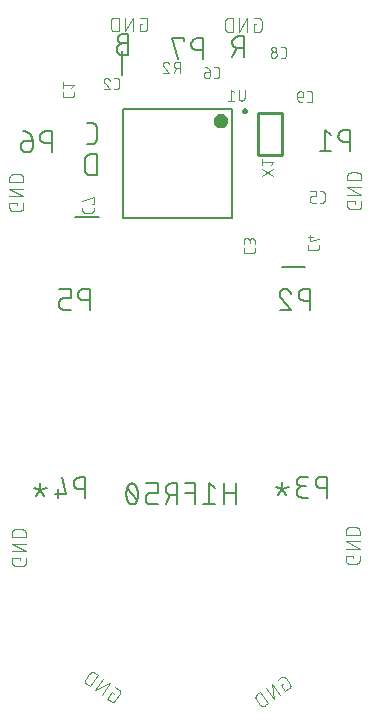
<source format=gbr>
G04 EAGLE Gerber RS-274X export*
G75*
%MOMM*%
%FSLAX34Y34*%
%LPD*%
%INSilkscreen Bottom*%
%IPPOS*%
%AMOC8*
5,1,8,0,0,1.08239X$1,22.5*%
G01*
%ADD10C,0.152400*%
%ADD11C,0.101600*%
%ADD12C,0.076200*%
%ADD13C,0.254000*%
%ADD14C,0.150000*%
%ADD15C,0.600000*%
%ADD16C,0.250000*%


D10*
X-49487Y125666D02*
X-54426Y125666D01*
X-54566Y125664D01*
X-54705Y125658D01*
X-54845Y125648D01*
X-54984Y125634D01*
X-55123Y125617D01*
X-55261Y125595D01*
X-55398Y125569D01*
X-55535Y125540D01*
X-55671Y125507D01*
X-55805Y125470D01*
X-55939Y125429D01*
X-56071Y125384D01*
X-56203Y125335D01*
X-56332Y125283D01*
X-56460Y125228D01*
X-56587Y125168D01*
X-56712Y125105D01*
X-56835Y125039D01*
X-56956Y124969D01*
X-57075Y124896D01*
X-57192Y124819D01*
X-57306Y124739D01*
X-57419Y124656D01*
X-57529Y124570D01*
X-57636Y124480D01*
X-57741Y124388D01*
X-57843Y124293D01*
X-57943Y124195D01*
X-58040Y124094D01*
X-58134Y123990D01*
X-58224Y123884D01*
X-58312Y123775D01*
X-58397Y123664D01*
X-58478Y123550D01*
X-58557Y123435D01*
X-58632Y123317D01*
X-58703Y123196D01*
X-58771Y123074D01*
X-58836Y122951D01*
X-58897Y122825D01*
X-58955Y122697D01*
X-59009Y122569D01*
X-59059Y122438D01*
X-59106Y122306D01*
X-59149Y122173D01*
X-59188Y122039D01*
X-59223Y121904D01*
X-59254Y121768D01*
X-59282Y121630D01*
X-59305Y121493D01*
X-59325Y121354D01*
X-59341Y121215D01*
X-59353Y121076D01*
X-59361Y120937D01*
X-59365Y120797D01*
X-59365Y120657D01*
X-59361Y120517D01*
X-59353Y120378D01*
X-59341Y120239D01*
X-59325Y120100D01*
X-59305Y119961D01*
X-59282Y119824D01*
X-59254Y119686D01*
X-59223Y119550D01*
X-59188Y119415D01*
X-59149Y119281D01*
X-59106Y119148D01*
X-59059Y119016D01*
X-59009Y118885D01*
X-58955Y118757D01*
X-58897Y118629D01*
X-58836Y118503D01*
X-58771Y118380D01*
X-58703Y118257D01*
X-58632Y118137D01*
X-58557Y118019D01*
X-58478Y117904D01*
X-58397Y117790D01*
X-58312Y117679D01*
X-58224Y117570D01*
X-58134Y117464D01*
X-58040Y117360D01*
X-57943Y117259D01*
X-57843Y117161D01*
X-57741Y117066D01*
X-57636Y116974D01*
X-57529Y116884D01*
X-57419Y116798D01*
X-57306Y116715D01*
X-57192Y116635D01*
X-57075Y116558D01*
X-56956Y116485D01*
X-56835Y116415D01*
X-56712Y116349D01*
X-56587Y116286D01*
X-56460Y116226D01*
X-56332Y116171D01*
X-56203Y116119D01*
X-56071Y116070D01*
X-55939Y116025D01*
X-55805Y115984D01*
X-55671Y115947D01*
X-55535Y115914D01*
X-55398Y115885D01*
X-55261Y115859D01*
X-55123Y115837D01*
X-54984Y115820D01*
X-54845Y115806D01*
X-54705Y115796D01*
X-54566Y115790D01*
X-54426Y115788D01*
X-49487Y115788D01*
X-49487Y133568D01*
X-54426Y133568D01*
X-54550Y133566D01*
X-54674Y133560D01*
X-54798Y133550D01*
X-54921Y133537D01*
X-55044Y133519D01*
X-55166Y133498D01*
X-55288Y133473D01*
X-55409Y133444D01*
X-55528Y133411D01*
X-55647Y133375D01*
X-55764Y133334D01*
X-55880Y133291D01*
X-55995Y133243D01*
X-56108Y133192D01*
X-56220Y133137D01*
X-56329Y133079D01*
X-56437Y133018D01*
X-56543Y132953D01*
X-56647Y132885D01*
X-56748Y132813D01*
X-56848Y132739D01*
X-56944Y132661D01*
X-57039Y132581D01*
X-57131Y132497D01*
X-57220Y132411D01*
X-57306Y132322D01*
X-57390Y132230D01*
X-57470Y132135D01*
X-57548Y132039D01*
X-57622Y131939D01*
X-57694Y131838D01*
X-57762Y131734D01*
X-57827Y131628D01*
X-57888Y131520D01*
X-57946Y131411D01*
X-58001Y131299D01*
X-58052Y131186D01*
X-58100Y131071D01*
X-58143Y130955D01*
X-58184Y130838D01*
X-58220Y130719D01*
X-58253Y130600D01*
X-58282Y130479D01*
X-58307Y130357D01*
X-58328Y130235D01*
X-58346Y130112D01*
X-58359Y129989D01*
X-58369Y129865D01*
X-58375Y129741D01*
X-58377Y129617D01*
X-58375Y129493D01*
X-58369Y129369D01*
X-58359Y129245D01*
X-58346Y129122D01*
X-58328Y128999D01*
X-58307Y128877D01*
X-58282Y128755D01*
X-58253Y128634D01*
X-58220Y128515D01*
X-58184Y128396D01*
X-58143Y128279D01*
X-58100Y128163D01*
X-58052Y128048D01*
X-58001Y127935D01*
X-57946Y127823D01*
X-57888Y127714D01*
X-57827Y127606D01*
X-57762Y127500D01*
X-57694Y127396D01*
X-57622Y127295D01*
X-57548Y127195D01*
X-57470Y127099D01*
X-57390Y127004D01*
X-57306Y126912D01*
X-57220Y126823D01*
X-57131Y126737D01*
X-57039Y126653D01*
X-56944Y126573D01*
X-56848Y126495D01*
X-56748Y126421D01*
X-56647Y126349D01*
X-56543Y126281D01*
X-56437Y126216D01*
X-56329Y126155D01*
X-56220Y126097D01*
X-56108Y126042D01*
X-55995Y125991D01*
X-55880Y125943D01*
X-55764Y125900D01*
X-55647Y125859D01*
X-55528Y125823D01*
X-55409Y125790D01*
X-55288Y125761D01*
X-55166Y125736D01*
X-55044Y125715D01*
X-54921Y125697D01*
X-54798Y125684D01*
X-54674Y125674D01*
X-54550Y125668D01*
X-54426Y125666D01*
X48359Y131511D02*
X48359Y113731D01*
X48359Y131511D02*
X43420Y131511D01*
X43280Y131509D01*
X43141Y131503D01*
X43001Y131493D01*
X42862Y131479D01*
X42723Y131462D01*
X42585Y131440D01*
X42448Y131414D01*
X42311Y131385D01*
X42175Y131352D01*
X42041Y131315D01*
X41907Y131274D01*
X41775Y131229D01*
X41643Y131180D01*
X41514Y131128D01*
X41386Y131073D01*
X41259Y131013D01*
X41134Y130950D01*
X41011Y130884D01*
X40890Y130814D01*
X40771Y130741D01*
X40654Y130664D01*
X40540Y130584D01*
X40427Y130501D01*
X40317Y130415D01*
X40210Y130325D01*
X40105Y130233D01*
X40003Y130138D01*
X39903Y130040D01*
X39806Y129939D01*
X39712Y129835D01*
X39622Y129729D01*
X39534Y129620D01*
X39449Y129509D01*
X39368Y129395D01*
X39289Y129280D01*
X39214Y129162D01*
X39143Y129041D01*
X39075Y128919D01*
X39010Y128796D01*
X38949Y128670D01*
X38891Y128542D01*
X38837Y128414D01*
X38787Y128283D01*
X38740Y128151D01*
X38697Y128018D01*
X38658Y127884D01*
X38623Y127749D01*
X38592Y127613D01*
X38564Y127475D01*
X38541Y127338D01*
X38521Y127199D01*
X38505Y127060D01*
X38493Y126921D01*
X38485Y126782D01*
X38481Y126642D01*
X38481Y126502D01*
X38485Y126362D01*
X38493Y126223D01*
X38505Y126084D01*
X38521Y125945D01*
X38541Y125806D01*
X38564Y125669D01*
X38592Y125531D01*
X38623Y125395D01*
X38658Y125260D01*
X38697Y125126D01*
X38740Y124993D01*
X38787Y124861D01*
X38837Y124730D01*
X38891Y124602D01*
X38949Y124474D01*
X39010Y124348D01*
X39075Y124225D01*
X39143Y124102D01*
X39214Y123982D01*
X39289Y123864D01*
X39368Y123749D01*
X39449Y123635D01*
X39534Y123524D01*
X39622Y123415D01*
X39712Y123309D01*
X39806Y123205D01*
X39903Y123104D01*
X40003Y123006D01*
X40105Y122911D01*
X40210Y122819D01*
X40317Y122729D01*
X40427Y122643D01*
X40540Y122560D01*
X40654Y122480D01*
X40771Y122403D01*
X40890Y122330D01*
X41011Y122260D01*
X41134Y122194D01*
X41259Y122131D01*
X41386Y122071D01*
X41514Y122016D01*
X41643Y121964D01*
X41775Y121915D01*
X41907Y121870D01*
X42041Y121829D01*
X42175Y121792D01*
X42311Y121759D01*
X42448Y121730D01*
X42585Y121704D01*
X42723Y121682D01*
X42862Y121665D01*
X43001Y121651D01*
X43141Y121641D01*
X43280Y121635D01*
X43420Y121633D01*
X48359Y121633D01*
X42432Y121633D02*
X38481Y113731D01*
X-76320Y31890D02*
X-76320Y14110D01*
X-76320Y31890D02*
X-81259Y31890D01*
X-81398Y31888D01*
X-81536Y31882D01*
X-81674Y31873D01*
X-81812Y31859D01*
X-81949Y31842D01*
X-82086Y31820D01*
X-82223Y31795D01*
X-82358Y31766D01*
X-82493Y31733D01*
X-82626Y31697D01*
X-82759Y31657D01*
X-82890Y31613D01*
X-83020Y31565D01*
X-83149Y31514D01*
X-83276Y31459D01*
X-83402Y31401D01*
X-83526Y31339D01*
X-83648Y31274D01*
X-83768Y31205D01*
X-83887Y31133D01*
X-84003Y31058D01*
X-84117Y30979D01*
X-84229Y30897D01*
X-84338Y30812D01*
X-84446Y30725D01*
X-84550Y30634D01*
X-84652Y30540D01*
X-84751Y30443D01*
X-84848Y30344D01*
X-84942Y30242D01*
X-85033Y30138D01*
X-85120Y30030D01*
X-85205Y29921D01*
X-85287Y29809D01*
X-85366Y29695D01*
X-85441Y29579D01*
X-85513Y29460D01*
X-85582Y29340D01*
X-85647Y29218D01*
X-85709Y29094D01*
X-85767Y28968D01*
X-85822Y28841D01*
X-85873Y28712D01*
X-85921Y28582D01*
X-85965Y28451D01*
X-86005Y28318D01*
X-86041Y28185D01*
X-86074Y28050D01*
X-86103Y27915D01*
X-86128Y27778D01*
X-86150Y27641D01*
X-86167Y27504D01*
X-86181Y27366D01*
X-86190Y27228D01*
X-86196Y27090D01*
X-86198Y26951D01*
X-86197Y26951D02*
X-86197Y19049D01*
X-86198Y19049D02*
X-86196Y18910D01*
X-86190Y18772D01*
X-86181Y18634D01*
X-86167Y18496D01*
X-86150Y18359D01*
X-86128Y18222D01*
X-86103Y18085D01*
X-86074Y17950D01*
X-86041Y17815D01*
X-86005Y17682D01*
X-85965Y17549D01*
X-85921Y17418D01*
X-85873Y17288D01*
X-85822Y17159D01*
X-85767Y17032D01*
X-85709Y16906D01*
X-85647Y16782D01*
X-85582Y16660D01*
X-85513Y16540D01*
X-85441Y16421D01*
X-85366Y16305D01*
X-85287Y16191D01*
X-85205Y16079D01*
X-85120Y15970D01*
X-85033Y15862D01*
X-84942Y15758D01*
X-84848Y15656D01*
X-84751Y15557D01*
X-84652Y15460D01*
X-84550Y15366D01*
X-84446Y15275D01*
X-84338Y15188D01*
X-84229Y15103D01*
X-84117Y15021D01*
X-84003Y14942D01*
X-83887Y14867D01*
X-83768Y14795D01*
X-83648Y14726D01*
X-83526Y14661D01*
X-83402Y14599D01*
X-83276Y14541D01*
X-83149Y14486D01*
X-83020Y14435D01*
X-82890Y14387D01*
X-82759Y14343D01*
X-82626Y14303D01*
X-82493Y14267D01*
X-82358Y14234D01*
X-82223Y14205D01*
X-82086Y14180D01*
X-81949Y14158D01*
X-81812Y14141D01*
X-81674Y14127D01*
X-81536Y14118D01*
X-81398Y14112D01*
X-81259Y14110D01*
X-76320Y14110D01*
X-80242Y40556D02*
X-84193Y40556D01*
X-80242Y40556D02*
X-80118Y40558D01*
X-79994Y40564D01*
X-79870Y40574D01*
X-79747Y40587D01*
X-79624Y40605D01*
X-79502Y40626D01*
X-79380Y40651D01*
X-79259Y40680D01*
X-79140Y40713D01*
X-79021Y40749D01*
X-78904Y40790D01*
X-78788Y40833D01*
X-78673Y40881D01*
X-78560Y40932D01*
X-78448Y40987D01*
X-78339Y41045D01*
X-78231Y41106D01*
X-78125Y41171D01*
X-78021Y41239D01*
X-77920Y41311D01*
X-77820Y41385D01*
X-77724Y41463D01*
X-77629Y41543D01*
X-77537Y41627D01*
X-77448Y41713D01*
X-77362Y41802D01*
X-77278Y41894D01*
X-77198Y41989D01*
X-77120Y42085D01*
X-77046Y42185D01*
X-76974Y42286D01*
X-76906Y42390D01*
X-76841Y42496D01*
X-76780Y42604D01*
X-76722Y42713D01*
X-76667Y42825D01*
X-76616Y42938D01*
X-76568Y43053D01*
X-76525Y43169D01*
X-76484Y43286D01*
X-76448Y43405D01*
X-76415Y43524D01*
X-76386Y43645D01*
X-76361Y43767D01*
X-76340Y43889D01*
X-76322Y44012D01*
X-76309Y44135D01*
X-76299Y44259D01*
X-76293Y44383D01*
X-76291Y44507D01*
X-76291Y54385D01*
X-76293Y54509D01*
X-76299Y54633D01*
X-76309Y54757D01*
X-76322Y54880D01*
X-76340Y55003D01*
X-76361Y55125D01*
X-76386Y55247D01*
X-76415Y55368D01*
X-76448Y55487D01*
X-76484Y55606D01*
X-76525Y55723D01*
X-76568Y55839D01*
X-76616Y55954D01*
X-76667Y56067D01*
X-76722Y56179D01*
X-76780Y56288D01*
X-76841Y56396D01*
X-76906Y56502D01*
X-76974Y56606D01*
X-77046Y56707D01*
X-77120Y56807D01*
X-77198Y56903D01*
X-77278Y56998D01*
X-77362Y57090D01*
X-77448Y57179D01*
X-77537Y57265D01*
X-77629Y57349D01*
X-77724Y57429D01*
X-77820Y57507D01*
X-77920Y57581D01*
X-78021Y57653D01*
X-78125Y57721D01*
X-78231Y57786D01*
X-78339Y57847D01*
X-78448Y57905D01*
X-78560Y57960D01*
X-78673Y58011D01*
X-78788Y58059D01*
X-78904Y58102D01*
X-79021Y58143D01*
X-79140Y58179D01*
X-79259Y58212D01*
X-79380Y58241D01*
X-79502Y58266D01*
X-79624Y58287D01*
X-79747Y58305D01*
X-79870Y58318D01*
X-79994Y58328D01*
X-80118Y58334D01*
X-80242Y58336D01*
X-84193Y58336D01*
D11*
X-141554Y-310065D02*
X-141554Y-312013D01*
X-141554Y-310065D02*
X-148045Y-310065D01*
X-148045Y-313960D01*
X-148043Y-314059D01*
X-148037Y-314159D01*
X-148028Y-314258D01*
X-148015Y-314356D01*
X-147998Y-314454D01*
X-147977Y-314552D01*
X-147952Y-314648D01*
X-147924Y-314743D01*
X-147892Y-314837D01*
X-147857Y-314930D01*
X-147818Y-315022D01*
X-147775Y-315112D01*
X-147730Y-315200D01*
X-147680Y-315287D01*
X-147628Y-315371D01*
X-147572Y-315454D01*
X-147514Y-315534D01*
X-147452Y-315612D01*
X-147387Y-315687D01*
X-147319Y-315760D01*
X-147249Y-315830D01*
X-147176Y-315898D01*
X-147101Y-315963D01*
X-147023Y-316025D01*
X-146943Y-316083D01*
X-146860Y-316139D01*
X-146776Y-316191D01*
X-146689Y-316241D01*
X-146601Y-316286D01*
X-146511Y-316329D01*
X-146419Y-316368D01*
X-146326Y-316403D01*
X-146232Y-316435D01*
X-146137Y-316463D01*
X-146041Y-316488D01*
X-145943Y-316509D01*
X-145845Y-316526D01*
X-145747Y-316539D01*
X-145648Y-316548D01*
X-145548Y-316554D01*
X-145449Y-316556D01*
X-145449Y-316557D02*
X-138957Y-316557D01*
X-138858Y-316555D01*
X-138758Y-316549D01*
X-138659Y-316540D01*
X-138561Y-316527D01*
X-138463Y-316509D01*
X-138365Y-316489D01*
X-138269Y-316464D01*
X-138173Y-316436D01*
X-138079Y-316404D01*
X-137986Y-316369D01*
X-137895Y-316330D01*
X-137805Y-316287D01*
X-137716Y-316242D01*
X-137630Y-316192D01*
X-137545Y-316140D01*
X-137463Y-316084D01*
X-137383Y-316025D01*
X-137305Y-315964D01*
X-137229Y-315899D01*
X-137156Y-315831D01*
X-137086Y-315761D01*
X-137018Y-315688D01*
X-136953Y-315612D01*
X-136892Y-315534D01*
X-136833Y-315454D01*
X-136777Y-315372D01*
X-136725Y-315287D01*
X-136676Y-315201D01*
X-136630Y-315112D01*
X-136587Y-315022D01*
X-136548Y-314931D01*
X-136513Y-314838D01*
X-136481Y-314744D01*
X-136453Y-314648D01*
X-136428Y-314552D01*
X-136408Y-314454D01*
X-136390Y-314356D01*
X-136377Y-314258D01*
X-136368Y-314159D01*
X-136362Y-314060D01*
X-136360Y-313960D01*
X-136361Y-313960D02*
X-136361Y-310065D01*
X-136361Y-304365D02*
X-148045Y-304365D01*
X-148045Y-297873D02*
X-136361Y-304365D01*
X-136361Y-297873D02*
X-148045Y-297873D01*
X-148045Y-292173D02*
X-136361Y-292173D01*
X-136361Y-288927D01*
X-136363Y-288814D01*
X-136369Y-288701D01*
X-136379Y-288588D01*
X-136393Y-288475D01*
X-136410Y-288363D01*
X-136432Y-288252D01*
X-136457Y-288142D01*
X-136487Y-288032D01*
X-136520Y-287924D01*
X-136557Y-287817D01*
X-136597Y-287711D01*
X-136642Y-287607D01*
X-136690Y-287504D01*
X-136741Y-287403D01*
X-136796Y-287304D01*
X-136854Y-287207D01*
X-136916Y-287112D01*
X-136981Y-287019D01*
X-137049Y-286929D01*
X-137120Y-286841D01*
X-137195Y-286755D01*
X-137272Y-286672D01*
X-137352Y-286592D01*
X-137435Y-286515D01*
X-137521Y-286440D01*
X-137609Y-286369D01*
X-137699Y-286301D01*
X-137792Y-286236D01*
X-137887Y-286174D01*
X-137984Y-286116D01*
X-138083Y-286061D01*
X-138184Y-286010D01*
X-138287Y-285962D01*
X-138391Y-285917D01*
X-138497Y-285877D01*
X-138604Y-285840D01*
X-138712Y-285807D01*
X-138822Y-285777D01*
X-138932Y-285752D01*
X-139043Y-285730D01*
X-139155Y-285713D01*
X-139268Y-285699D01*
X-139381Y-285689D01*
X-139494Y-285683D01*
X-139607Y-285681D01*
X-144799Y-285681D01*
X-144912Y-285683D01*
X-145025Y-285689D01*
X-145138Y-285699D01*
X-145251Y-285713D01*
X-145363Y-285730D01*
X-145474Y-285752D01*
X-145584Y-285777D01*
X-145694Y-285807D01*
X-145802Y-285840D01*
X-145909Y-285877D01*
X-146015Y-285917D01*
X-146119Y-285962D01*
X-146222Y-286010D01*
X-146323Y-286061D01*
X-146422Y-286116D01*
X-146519Y-286174D01*
X-146614Y-286236D01*
X-146707Y-286301D01*
X-146797Y-286369D01*
X-146885Y-286440D01*
X-146971Y-286515D01*
X-147054Y-286592D01*
X-147134Y-286672D01*
X-147211Y-286755D01*
X-147286Y-286841D01*
X-147357Y-286929D01*
X-147425Y-287019D01*
X-147490Y-287112D01*
X-147552Y-287207D01*
X-147610Y-287304D01*
X-147665Y-287403D01*
X-147716Y-287504D01*
X-147764Y-287607D01*
X-147809Y-287711D01*
X-147849Y-287817D01*
X-147886Y-287924D01*
X-147919Y-288032D01*
X-147949Y-288142D01*
X-147974Y-288252D01*
X-147996Y-288363D01*
X-148013Y-288475D01*
X-148027Y-288588D01*
X-148037Y-288701D01*
X-148043Y-288814D01*
X-148045Y-288927D01*
X-148045Y-292173D01*
X79808Y-417473D02*
X81403Y-416356D01*
X79808Y-417473D02*
X83531Y-422790D01*
X86722Y-420556D01*
X86721Y-420556D02*
X86801Y-420497D01*
X86879Y-420435D01*
X86955Y-420371D01*
X87028Y-420303D01*
X87099Y-420233D01*
X87166Y-420160D01*
X87231Y-420085D01*
X87293Y-420007D01*
X87352Y-419927D01*
X87408Y-419845D01*
X87461Y-419760D01*
X87510Y-419674D01*
X87556Y-419586D01*
X87599Y-419496D01*
X87638Y-419405D01*
X87673Y-419312D01*
X87705Y-419218D01*
X87734Y-419122D01*
X87758Y-419026D01*
X87779Y-418929D01*
X87797Y-418831D01*
X87810Y-418732D01*
X87820Y-418633D01*
X87826Y-418534D01*
X87828Y-418435D01*
X87826Y-418335D01*
X87821Y-418236D01*
X87812Y-418137D01*
X87798Y-418038D01*
X87782Y-417940D01*
X87761Y-417843D01*
X87737Y-417746D01*
X87709Y-417651D01*
X87677Y-417557D01*
X87642Y-417464D01*
X87603Y-417372D01*
X87561Y-417282D01*
X87515Y-417194D01*
X87466Y-417107D01*
X87414Y-417023D01*
X87359Y-416940D01*
X83636Y-411623D01*
X83577Y-411543D01*
X83515Y-411465D01*
X83451Y-411389D01*
X83383Y-411316D01*
X83313Y-411245D01*
X83240Y-411178D01*
X83165Y-411113D01*
X83087Y-411051D01*
X83007Y-410992D01*
X82925Y-410936D01*
X82840Y-410883D01*
X82754Y-410834D01*
X82666Y-410788D01*
X82576Y-410745D01*
X82485Y-410706D01*
X82392Y-410671D01*
X82298Y-410639D01*
X82202Y-410610D01*
X82106Y-410586D01*
X82009Y-410565D01*
X81911Y-410547D01*
X81812Y-410534D01*
X81713Y-410524D01*
X81614Y-410518D01*
X81515Y-410516D01*
X81415Y-410518D01*
X81316Y-410523D01*
X81217Y-410532D01*
X81118Y-410546D01*
X81020Y-410562D01*
X80923Y-410583D01*
X80826Y-410607D01*
X80731Y-410635D01*
X80637Y-410667D01*
X80544Y-410702D01*
X80452Y-410741D01*
X80362Y-410783D01*
X80274Y-410829D01*
X80187Y-410878D01*
X80103Y-410930D01*
X80020Y-410985D01*
X76830Y-413219D01*
X72160Y-416489D02*
X78861Y-426060D01*
X73544Y-429783D02*
X72160Y-416489D01*
X66843Y-420212D02*
X73544Y-429783D01*
X68874Y-433053D02*
X62173Y-423482D01*
X59514Y-425343D01*
X59423Y-425410D01*
X59333Y-425479D01*
X59246Y-425552D01*
X59162Y-425628D01*
X59081Y-425707D01*
X59002Y-425788D01*
X58926Y-425872D01*
X58853Y-425959D01*
X58784Y-426048D01*
X58717Y-426140D01*
X58654Y-426234D01*
X58594Y-426330D01*
X58537Y-426428D01*
X58484Y-426528D01*
X58434Y-426630D01*
X58388Y-426734D01*
X58346Y-426839D01*
X58307Y-426945D01*
X58272Y-427053D01*
X58241Y-427162D01*
X58213Y-427272D01*
X58190Y-427383D01*
X58170Y-427494D01*
X58154Y-427606D01*
X58142Y-427719D01*
X58134Y-427832D01*
X58130Y-427945D01*
X58130Y-428059D01*
X58134Y-428172D01*
X58142Y-428285D01*
X58154Y-428398D01*
X58170Y-428510D01*
X58190Y-428621D01*
X58213Y-428732D01*
X58241Y-428842D01*
X58272Y-428951D01*
X58307Y-429059D01*
X58346Y-429165D01*
X58388Y-429270D01*
X58434Y-429374D01*
X58484Y-429476D01*
X58537Y-429576D01*
X58594Y-429674D01*
X58654Y-429770D01*
X58717Y-429864D01*
X61696Y-434117D01*
X61695Y-434118D02*
X61762Y-434209D01*
X61831Y-434299D01*
X61904Y-434386D01*
X61980Y-434470D01*
X62059Y-434551D01*
X62140Y-434630D01*
X62224Y-434706D01*
X62311Y-434779D01*
X62401Y-434848D01*
X62492Y-434915D01*
X62586Y-434978D01*
X62682Y-435038D01*
X62780Y-435095D01*
X62880Y-435148D01*
X62982Y-435198D01*
X63086Y-435244D01*
X63191Y-435286D01*
X63297Y-435325D01*
X63405Y-435360D01*
X63514Y-435391D01*
X63624Y-435419D01*
X63735Y-435442D01*
X63846Y-435462D01*
X63958Y-435478D01*
X64071Y-435490D01*
X64184Y-435498D01*
X64297Y-435502D01*
X64411Y-435502D01*
X64524Y-435498D01*
X64637Y-435490D01*
X64750Y-435478D01*
X64862Y-435462D01*
X64973Y-435442D01*
X65084Y-435419D01*
X65194Y-435391D01*
X65303Y-435360D01*
X65411Y-435325D01*
X65517Y-435286D01*
X65622Y-435244D01*
X65726Y-435198D01*
X65828Y-435148D01*
X65928Y-435095D01*
X66026Y-435038D01*
X66122Y-434978D01*
X66216Y-434915D01*
X66216Y-434914D02*
X68874Y-433053D01*
X-62036Y-424916D02*
X-63631Y-423799D01*
X-67354Y-429116D01*
X-64164Y-431350D01*
X-64081Y-431405D01*
X-63997Y-431457D01*
X-63910Y-431506D01*
X-63822Y-431552D01*
X-63732Y-431594D01*
X-63640Y-431633D01*
X-63547Y-431668D01*
X-63453Y-431700D01*
X-63358Y-431728D01*
X-63261Y-431752D01*
X-63164Y-431773D01*
X-63066Y-431789D01*
X-62967Y-431802D01*
X-62868Y-431812D01*
X-62769Y-431817D01*
X-62669Y-431819D01*
X-62570Y-431817D01*
X-62471Y-431811D01*
X-62372Y-431801D01*
X-62273Y-431788D01*
X-62175Y-431770D01*
X-62078Y-431749D01*
X-61982Y-431725D01*
X-61886Y-431696D01*
X-61792Y-431664D01*
X-61699Y-431629D01*
X-61608Y-431590D01*
X-61518Y-431547D01*
X-61430Y-431501D01*
X-61344Y-431452D01*
X-61259Y-431399D01*
X-61177Y-431343D01*
X-61097Y-431284D01*
X-61019Y-431222D01*
X-60944Y-431157D01*
X-60871Y-431090D01*
X-60801Y-431019D01*
X-60733Y-430946D01*
X-60669Y-430870D01*
X-60607Y-430792D01*
X-60548Y-430712D01*
X-56825Y-425395D01*
X-56825Y-425396D02*
X-56769Y-425313D01*
X-56717Y-425228D01*
X-56668Y-425142D01*
X-56622Y-425053D01*
X-56580Y-424963D01*
X-56541Y-424872D01*
X-56506Y-424779D01*
X-56474Y-424684D01*
X-56446Y-424589D01*
X-56422Y-424492D01*
X-56401Y-424395D01*
X-56385Y-424297D01*
X-56372Y-424198D01*
X-56362Y-424099D01*
X-56357Y-424000D01*
X-56355Y-423900D01*
X-56357Y-423801D01*
X-56363Y-423702D01*
X-56373Y-423603D01*
X-56386Y-423504D01*
X-56404Y-423406D01*
X-56425Y-423309D01*
X-56449Y-423213D01*
X-56478Y-423117D01*
X-56510Y-423023D01*
X-56545Y-422930D01*
X-56584Y-422839D01*
X-56627Y-422749D01*
X-56673Y-422661D01*
X-56723Y-422574D01*
X-56775Y-422490D01*
X-56831Y-422407D01*
X-56890Y-422327D01*
X-56952Y-422249D01*
X-57017Y-422174D01*
X-57085Y-422101D01*
X-57155Y-422031D01*
X-57228Y-421964D01*
X-57304Y-421899D01*
X-57382Y-421837D01*
X-57462Y-421779D01*
X-60653Y-419545D01*
X-65323Y-416275D02*
X-72024Y-425846D01*
X-77342Y-422123D02*
X-65323Y-416275D01*
X-70640Y-412552D02*
X-77342Y-422123D01*
X-82011Y-418853D02*
X-75310Y-409282D01*
X-77968Y-407420D01*
X-78062Y-407357D01*
X-78158Y-407297D01*
X-78256Y-407240D01*
X-78356Y-407187D01*
X-78458Y-407137D01*
X-78562Y-407091D01*
X-78667Y-407049D01*
X-78773Y-407010D01*
X-78881Y-406975D01*
X-78990Y-406944D01*
X-79100Y-406916D01*
X-79211Y-406893D01*
X-79322Y-406873D01*
X-79434Y-406857D01*
X-79547Y-406845D01*
X-79660Y-406837D01*
X-79773Y-406833D01*
X-79887Y-406833D01*
X-80000Y-406837D01*
X-80113Y-406845D01*
X-80226Y-406857D01*
X-80338Y-406873D01*
X-80449Y-406893D01*
X-80560Y-406916D01*
X-80670Y-406944D01*
X-80779Y-406975D01*
X-80887Y-407010D01*
X-80993Y-407049D01*
X-81098Y-407091D01*
X-81202Y-407137D01*
X-81304Y-407187D01*
X-81404Y-407240D01*
X-81502Y-407297D01*
X-81598Y-407357D01*
X-81692Y-407420D01*
X-81783Y-407487D01*
X-81873Y-407556D01*
X-81960Y-407629D01*
X-82044Y-407705D01*
X-82125Y-407784D01*
X-82204Y-407865D01*
X-82280Y-407949D01*
X-82353Y-408036D01*
X-82422Y-408126D01*
X-82489Y-408217D01*
X-85467Y-412471D01*
X-85468Y-412471D02*
X-85531Y-412565D01*
X-85591Y-412661D01*
X-85648Y-412759D01*
X-85701Y-412859D01*
X-85751Y-412961D01*
X-85797Y-413065D01*
X-85839Y-413170D01*
X-85878Y-413276D01*
X-85913Y-413384D01*
X-85944Y-413493D01*
X-85972Y-413603D01*
X-85995Y-413714D01*
X-86015Y-413825D01*
X-86031Y-413937D01*
X-86043Y-414050D01*
X-86051Y-414163D01*
X-86055Y-414276D01*
X-86055Y-414390D01*
X-86051Y-414503D01*
X-86043Y-414616D01*
X-86031Y-414729D01*
X-86015Y-414841D01*
X-85995Y-414952D01*
X-85972Y-415063D01*
X-85944Y-415173D01*
X-85913Y-415282D01*
X-85878Y-415390D01*
X-85839Y-415496D01*
X-85797Y-415601D01*
X-85751Y-415705D01*
X-85701Y-415807D01*
X-85648Y-415907D01*
X-85591Y-416005D01*
X-85531Y-416101D01*
X-85468Y-416195D01*
X-85401Y-416287D01*
X-85332Y-416376D01*
X-85259Y-416463D01*
X-85183Y-416547D01*
X-85104Y-416628D01*
X-85023Y-416707D01*
X-84939Y-416783D01*
X-84852Y-416856D01*
X-84762Y-416925D01*
X-84671Y-416992D01*
X-84670Y-416991D02*
X-82011Y-418853D01*
X141070Y-310235D02*
X141070Y-308287D01*
X134579Y-308287D01*
X134579Y-312182D01*
X134581Y-312281D01*
X134587Y-312381D01*
X134596Y-312480D01*
X134609Y-312578D01*
X134626Y-312676D01*
X134647Y-312774D01*
X134672Y-312870D01*
X134700Y-312965D01*
X134732Y-313059D01*
X134767Y-313152D01*
X134806Y-313244D01*
X134849Y-313334D01*
X134894Y-313422D01*
X134944Y-313509D01*
X134996Y-313593D01*
X135052Y-313676D01*
X135110Y-313756D01*
X135172Y-313834D01*
X135237Y-313909D01*
X135305Y-313982D01*
X135375Y-314052D01*
X135448Y-314120D01*
X135523Y-314185D01*
X135601Y-314247D01*
X135681Y-314305D01*
X135764Y-314361D01*
X135848Y-314413D01*
X135935Y-314463D01*
X136023Y-314508D01*
X136113Y-314551D01*
X136205Y-314590D01*
X136298Y-314625D01*
X136392Y-314657D01*
X136487Y-314685D01*
X136583Y-314710D01*
X136681Y-314731D01*
X136779Y-314748D01*
X136877Y-314761D01*
X136976Y-314770D01*
X137076Y-314776D01*
X137175Y-314778D01*
X137175Y-314779D02*
X143667Y-314779D01*
X143667Y-314778D02*
X143766Y-314776D01*
X143866Y-314770D01*
X143965Y-314761D01*
X144063Y-314748D01*
X144161Y-314731D01*
X144259Y-314710D01*
X144355Y-314685D01*
X144450Y-314657D01*
X144544Y-314625D01*
X144637Y-314590D01*
X144729Y-314551D01*
X144819Y-314508D01*
X144907Y-314463D01*
X144994Y-314413D01*
X145078Y-314361D01*
X145161Y-314305D01*
X145241Y-314247D01*
X145319Y-314185D01*
X145394Y-314120D01*
X145467Y-314052D01*
X145537Y-313982D01*
X145605Y-313909D01*
X145670Y-313834D01*
X145732Y-313756D01*
X145790Y-313676D01*
X145846Y-313593D01*
X145898Y-313509D01*
X145948Y-313422D01*
X145993Y-313334D01*
X146036Y-313244D01*
X146075Y-313152D01*
X146110Y-313060D01*
X146142Y-312965D01*
X146170Y-312870D01*
X146195Y-312774D01*
X146216Y-312676D01*
X146233Y-312578D01*
X146246Y-312480D01*
X146255Y-312381D01*
X146261Y-312281D01*
X146263Y-312182D01*
X146263Y-308287D01*
X146263Y-302587D02*
X134579Y-302587D01*
X134579Y-296095D02*
X146263Y-302587D01*
X146263Y-296095D02*
X134579Y-296095D01*
X134579Y-290395D02*
X146263Y-290395D01*
X146263Y-287149D01*
X146261Y-287036D01*
X146255Y-286923D01*
X146245Y-286810D01*
X146231Y-286697D01*
X146214Y-286585D01*
X146192Y-286474D01*
X146167Y-286364D01*
X146137Y-286254D01*
X146104Y-286146D01*
X146067Y-286039D01*
X146027Y-285933D01*
X145982Y-285829D01*
X145934Y-285726D01*
X145883Y-285625D01*
X145828Y-285526D01*
X145770Y-285429D01*
X145708Y-285334D01*
X145643Y-285241D01*
X145575Y-285151D01*
X145504Y-285063D01*
X145429Y-284977D01*
X145352Y-284894D01*
X145272Y-284814D01*
X145189Y-284737D01*
X145103Y-284662D01*
X145015Y-284591D01*
X144925Y-284523D01*
X144832Y-284458D01*
X144737Y-284396D01*
X144640Y-284338D01*
X144541Y-284283D01*
X144440Y-284232D01*
X144337Y-284184D01*
X144233Y-284139D01*
X144127Y-284099D01*
X144020Y-284062D01*
X143912Y-284029D01*
X143802Y-283999D01*
X143692Y-283974D01*
X143581Y-283952D01*
X143469Y-283935D01*
X143356Y-283921D01*
X143243Y-283911D01*
X143130Y-283905D01*
X143017Y-283903D01*
X137825Y-283903D01*
X137712Y-283905D01*
X137599Y-283911D01*
X137486Y-283921D01*
X137373Y-283935D01*
X137261Y-283952D01*
X137150Y-283974D01*
X137040Y-283999D01*
X136930Y-284029D01*
X136822Y-284062D01*
X136715Y-284099D01*
X136609Y-284139D01*
X136505Y-284184D01*
X136402Y-284232D01*
X136301Y-284283D01*
X136202Y-284338D01*
X136105Y-284396D01*
X136010Y-284458D01*
X135917Y-284523D01*
X135827Y-284591D01*
X135739Y-284662D01*
X135653Y-284737D01*
X135570Y-284814D01*
X135490Y-284894D01*
X135413Y-284977D01*
X135338Y-285063D01*
X135267Y-285151D01*
X135199Y-285241D01*
X135134Y-285334D01*
X135072Y-285429D01*
X135014Y-285526D01*
X134959Y-285625D01*
X134908Y-285726D01*
X134860Y-285829D01*
X134815Y-285933D01*
X134775Y-286039D01*
X134738Y-286146D01*
X134705Y-286254D01*
X134675Y-286364D01*
X134650Y-286474D01*
X134628Y-286585D01*
X134611Y-286697D01*
X134597Y-286810D01*
X134587Y-286923D01*
X134581Y-287036D01*
X134579Y-287149D01*
X134579Y-290395D01*
D10*
X41304Y-264683D02*
X41304Y-246903D01*
X41304Y-254806D02*
X31426Y-254806D01*
X31426Y-246903D02*
X31426Y-264683D01*
X23995Y-250854D02*
X19056Y-246903D01*
X19056Y-264683D01*
X23995Y-264683D02*
X14117Y-264683D01*
X6657Y-264683D02*
X6657Y-246903D01*
X-1245Y-246903D01*
X-1245Y-254806D02*
X6657Y-254806D01*
X-7916Y-246903D02*
X-7916Y-264683D01*
X-7916Y-246903D02*
X-12855Y-246903D01*
X-12995Y-246905D01*
X-13134Y-246911D01*
X-13274Y-246921D01*
X-13413Y-246935D01*
X-13552Y-246952D01*
X-13690Y-246974D01*
X-13827Y-247000D01*
X-13964Y-247029D01*
X-14100Y-247062D01*
X-14234Y-247099D01*
X-14368Y-247140D01*
X-14500Y-247185D01*
X-14632Y-247234D01*
X-14761Y-247286D01*
X-14889Y-247341D01*
X-15016Y-247401D01*
X-15141Y-247464D01*
X-15264Y-247530D01*
X-15385Y-247600D01*
X-15504Y-247673D01*
X-15621Y-247750D01*
X-15735Y-247830D01*
X-15848Y-247913D01*
X-15958Y-247999D01*
X-16065Y-248089D01*
X-16170Y-248181D01*
X-16272Y-248276D01*
X-16372Y-248374D01*
X-16469Y-248475D01*
X-16563Y-248579D01*
X-16653Y-248685D01*
X-16741Y-248794D01*
X-16826Y-248905D01*
X-16907Y-249019D01*
X-16986Y-249134D01*
X-17061Y-249252D01*
X-17132Y-249373D01*
X-17200Y-249495D01*
X-17265Y-249618D01*
X-17326Y-249744D01*
X-17384Y-249872D01*
X-17438Y-250000D01*
X-17488Y-250131D01*
X-17535Y-250263D01*
X-17578Y-250396D01*
X-17617Y-250530D01*
X-17652Y-250665D01*
X-17683Y-250801D01*
X-17711Y-250939D01*
X-17734Y-251076D01*
X-17754Y-251215D01*
X-17770Y-251354D01*
X-17782Y-251493D01*
X-17790Y-251632D01*
X-17794Y-251772D01*
X-17794Y-251912D01*
X-17790Y-252052D01*
X-17782Y-252191D01*
X-17770Y-252330D01*
X-17754Y-252469D01*
X-17734Y-252608D01*
X-17711Y-252745D01*
X-17683Y-252883D01*
X-17652Y-253019D01*
X-17617Y-253154D01*
X-17578Y-253288D01*
X-17535Y-253421D01*
X-17488Y-253553D01*
X-17438Y-253684D01*
X-17384Y-253812D01*
X-17326Y-253940D01*
X-17265Y-254066D01*
X-17200Y-254189D01*
X-17132Y-254312D01*
X-17061Y-254432D01*
X-16986Y-254550D01*
X-16907Y-254665D01*
X-16826Y-254779D01*
X-16741Y-254890D01*
X-16653Y-254999D01*
X-16563Y-255105D01*
X-16469Y-255209D01*
X-16372Y-255310D01*
X-16272Y-255408D01*
X-16170Y-255503D01*
X-16065Y-255595D01*
X-15958Y-255685D01*
X-15848Y-255771D01*
X-15735Y-255854D01*
X-15621Y-255934D01*
X-15504Y-256011D01*
X-15385Y-256084D01*
X-15264Y-256154D01*
X-15141Y-256220D01*
X-15016Y-256283D01*
X-14889Y-256343D01*
X-14761Y-256398D01*
X-14632Y-256450D01*
X-14500Y-256499D01*
X-14368Y-256544D01*
X-14234Y-256585D01*
X-14100Y-256622D01*
X-13964Y-256655D01*
X-13827Y-256684D01*
X-13690Y-256710D01*
X-13552Y-256732D01*
X-13413Y-256749D01*
X-13274Y-256763D01*
X-13134Y-256773D01*
X-12995Y-256779D01*
X-12855Y-256781D01*
X-7916Y-256781D01*
X-13843Y-256781D02*
X-17794Y-264683D01*
X-24581Y-264683D02*
X-30508Y-264683D01*
X-30632Y-264681D01*
X-30756Y-264675D01*
X-30880Y-264665D01*
X-31003Y-264652D01*
X-31126Y-264634D01*
X-31248Y-264613D01*
X-31370Y-264588D01*
X-31491Y-264559D01*
X-31610Y-264526D01*
X-31729Y-264490D01*
X-31846Y-264449D01*
X-31962Y-264406D01*
X-32077Y-264358D01*
X-32190Y-264307D01*
X-32302Y-264252D01*
X-32411Y-264194D01*
X-32519Y-264133D01*
X-32625Y-264068D01*
X-32729Y-264000D01*
X-32830Y-263928D01*
X-32930Y-263854D01*
X-33026Y-263776D01*
X-33121Y-263696D01*
X-33213Y-263612D01*
X-33302Y-263526D01*
X-33388Y-263437D01*
X-33472Y-263345D01*
X-33552Y-263250D01*
X-33630Y-263154D01*
X-33704Y-263054D01*
X-33776Y-262953D01*
X-33844Y-262849D01*
X-33909Y-262743D01*
X-33970Y-262635D01*
X-34028Y-262526D01*
X-34083Y-262414D01*
X-34134Y-262301D01*
X-34182Y-262186D01*
X-34225Y-262070D01*
X-34266Y-261953D01*
X-34302Y-261834D01*
X-34335Y-261715D01*
X-34364Y-261594D01*
X-34389Y-261472D01*
X-34410Y-261350D01*
X-34428Y-261227D01*
X-34441Y-261104D01*
X-34451Y-260980D01*
X-34457Y-260856D01*
X-34459Y-260732D01*
X-34459Y-258757D01*
X-34457Y-258633D01*
X-34451Y-258509D01*
X-34441Y-258385D01*
X-34428Y-258262D01*
X-34410Y-258139D01*
X-34389Y-258017D01*
X-34364Y-257895D01*
X-34335Y-257774D01*
X-34302Y-257655D01*
X-34266Y-257536D01*
X-34225Y-257419D01*
X-34182Y-257303D01*
X-34134Y-257188D01*
X-34083Y-257075D01*
X-34028Y-256963D01*
X-33970Y-256854D01*
X-33909Y-256746D01*
X-33844Y-256640D01*
X-33776Y-256536D01*
X-33704Y-256435D01*
X-33630Y-256335D01*
X-33552Y-256239D01*
X-33472Y-256144D01*
X-33388Y-256052D01*
X-33302Y-255963D01*
X-33213Y-255877D01*
X-33121Y-255793D01*
X-33026Y-255713D01*
X-32930Y-255635D01*
X-32830Y-255561D01*
X-32729Y-255489D01*
X-32625Y-255421D01*
X-32519Y-255356D01*
X-32411Y-255295D01*
X-32302Y-255237D01*
X-32190Y-255182D01*
X-32077Y-255131D01*
X-31962Y-255083D01*
X-31846Y-255040D01*
X-31729Y-254999D01*
X-31610Y-254963D01*
X-31491Y-254930D01*
X-31370Y-254901D01*
X-31248Y-254876D01*
X-31126Y-254855D01*
X-31003Y-254837D01*
X-30880Y-254824D01*
X-30756Y-254814D01*
X-30632Y-254808D01*
X-30508Y-254806D01*
X-24581Y-254806D01*
X-24581Y-246903D01*
X-34459Y-246903D01*
X-42814Y-249372D02*
X-42664Y-249689D01*
X-42522Y-250008D01*
X-42388Y-250331D01*
X-42261Y-250658D01*
X-42143Y-250987D01*
X-42032Y-251318D01*
X-41929Y-251653D01*
X-41834Y-251989D01*
X-41748Y-252328D01*
X-41669Y-252669D01*
X-41598Y-253012D01*
X-41536Y-253356D01*
X-41482Y-253701D01*
X-41436Y-254048D01*
X-41399Y-254396D01*
X-41370Y-254745D01*
X-41349Y-255094D01*
X-41336Y-255443D01*
X-41332Y-255793D01*
X-42814Y-249373D02*
X-42854Y-249260D01*
X-42898Y-249150D01*
X-42946Y-249040D01*
X-42997Y-248933D01*
X-43052Y-248827D01*
X-43110Y-248722D01*
X-43172Y-248620D01*
X-43237Y-248520D01*
X-43305Y-248422D01*
X-43376Y-248326D01*
X-43451Y-248233D01*
X-43528Y-248142D01*
X-43608Y-248054D01*
X-43691Y-247969D01*
X-43777Y-247886D01*
X-43866Y-247806D01*
X-43957Y-247729D01*
X-44051Y-247655D01*
X-44147Y-247584D01*
X-44245Y-247516D01*
X-44345Y-247452D01*
X-44448Y-247390D01*
X-44552Y-247333D01*
X-44658Y-247278D01*
X-44766Y-247227D01*
X-44876Y-247180D01*
X-44987Y-247136D01*
X-45099Y-247096D01*
X-45213Y-247060D01*
X-45327Y-247027D01*
X-45443Y-246998D01*
X-45560Y-246973D01*
X-45677Y-246952D01*
X-45795Y-246934D01*
X-45914Y-246921D01*
X-46033Y-246911D01*
X-46152Y-246905D01*
X-46271Y-246903D01*
X-46390Y-246905D01*
X-46509Y-246911D01*
X-46628Y-246921D01*
X-46747Y-246934D01*
X-46865Y-246952D01*
X-46982Y-246973D01*
X-47099Y-246998D01*
X-47215Y-247027D01*
X-47329Y-247060D01*
X-47443Y-247096D01*
X-47555Y-247136D01*
X-47666Y-247180D01*
X-47776Y-247227D01*
X-47884Y-247278D01*
X-47990Y-247333D01*
X-48094Y-247390D01*
X-48197Y-247452D01*
X-48297Y-247516D01*
X-48395Y-247584D01*
X-48491Y-247655D01*
X-48585Y-247729D01*
X-48676Y-247806D01*
X-48765Y-247886D01*
X-48851Y-247969D01*
X-48934Y-248054D01*
X-49014Y-248142D01*
X-49091Y-248233D01*
X-49166Y-248327D01*
X-49237Y-248422D01*
X-49305Y-248520D01*
X-49370Y-248620D01*
X-49432Y-248722D01*
X-49490Y-248827D01*
X-49545Y-248933D01*
X-49596Y-249040D01*
X-49644Y-249150D01*
X-49688Y-249260D01*
X-49728Y-249373D01*
X-49878Y-249689D01*
X-50020Y-250008D01*
X-50154Y-250331D01*
X-50281Y-250658D01*
X-50399Y-250987D01*
X-50510Y-251318D01*
X-50613Y-251653D01*
X-50708Y-251989D01*
X-50794Y-252328D01*
X-50873Y-252669D01*
X-50944Y-253012D01*
X-51006Y-253356D01*
X-51060Y-253701D01*
X-51106Y-254048D01*
X-51143Y-254396D01*
X-51172Y-254745D01*
X-51193Y-255094D01*
X-51206Y-255443D01*
X-51210Y-255793D01*
X-41332Y-255793D02*
X-41336Y-256143D01*
X-41349Y-256492D01*
X-41370Y-256841D01*
X-41399Y-257190D01*
X-41436Y-257538D01*
X-41482Y-257885D01*
X-41536Y-258230D01*
X-41598Y-258574D01*
X-41669Y-258917D01*
X-41748Y-259258D01*
X-41834Y-259597D01*
X-41929Y-259933D01*
X-42032Y-260268D01*
X-42143Y-260599D01*
X-42261Y-260928D01*
X-42388Y-261255D01*
X-42522Y-261578D01*
X-42664Y-261897D01*
X-42814Y-262213D01*
X-42854Y-262326D01*
X-42898Y-262436D01*
X-42946Y-262546D01*
X-42997Y-262654D01*
X-43052Y-262760D01*
X-43110Y-262864D01*
X-43172Y-262966D01*
X-43237Y-263066D01*
X-43305Y-263164D01*
X-43376Y-263260D01*
X-43451Y-263353D01*
X-43528Y-263444D01*
X-43608Y-263532D01*
X-43692Y-263617D01*
X-43777Y-263700D01*
X-43866Y-263780D01*
X-43957Y-263857D01*
X-44051Y-263931D01*
X-44147Y-264002D01*
X-44245Y-264070D01*
X-44345Y-264134D01*
X-44448Y-264196D01*
X-44552Y-264254D01*
X-44658Y-264308D01*
X-44766Y-264359D01*
X-44876Y-264406D01*
X-44987Y-264450D01*
X-45099Y-264490D01*
X-45213Y-264526D01*
X-45327Y-264559D01*
X-45443Y-264588D01*
X-45560Y-264613D01*
X-45677Y-264634D01*
X-45795Y-264652D01*
X-45914Y-264665D01*
X-46033Y-264675D01*
X-46152Y-264681D01*
X-46271Y-264683D01*
X-49727Y-262213D02*
X-49877Y-261897D01*
X-50019Y-261578D01*
X-50153Y-261255D01*
X-50280Y-260928D01*
X-50398Y-260599D01*
X-50509Y-260268D01*
X-50612Y-259933D01*
X-50707Y-259597D01*
X-50793Y-259258D01*
X-50872Y-258917D01*
X-50943Y-258574D01*
X-51005Y-258230D01*
X-51059Y-257885D01*
X-51105Y-257538D01*
X-51142Y-257190D01*
X-51171Y-256841D01*
X-51192Y-256492D01*
X-51205Y-256143D01*
X-51209Y-255793D01*
X-49728Y-262214D02*
X-49688Y-262327D01*
X-49644Y-262437D01*
X-49596Y-262547D01*
X-49545Y-262654D01*
X-49490Y-262760D01*
X-49432Y-262865D01*
X-49370Y-262967D01*
X-49305Y-263067D01*
X-49237Y-263165D01*
X-49166Y-263261D01*
X-49091Y-263354D01*
X-49014Y-263445D01*
X-48934Y-263533D01*
X-48851Y-263618D01*
X-48765Y-263701D01*
X-48676Y-263781D01*
X-48585Y-263858D01*
X-48491Y-263932D01*
X-48395Y-264003D01*
X-48297Y-264071D01*
X-48197Y-264135D01*
X-48094Y-264197D01*
X-47990Y-264254D01*
X-47884Y-264309D01*
X-47776Y-264360D01*
X-47666Y-264407D01*
X-47555Y-264451D01*
X-47443Y-264491D01*
X-47329Y-264527D01*
X-47215Y-264560D01*
X-47099Y-264589D01*
X-46982Y-264614D01*
X-46865Y-264635D01*
X-46747Y-264653D01*
X-46628Y-264666D01*
X-46509Y-264676D01*
X-46390Y-264682D01*
X-46271Y-264684D01*
X-42320Y-260732D02*
X-50222Y-250854D01*
D11*
X142340Y-10007D02*
X142340Y-8059D01*
X135849Y-8059D01*
X135849Y-11954D01*
X135851Y-12053D01*
X135857Y-12153D01*
X135866Y-12252D01*
X135879Y-12350D01*
X135896Y-12448D01*
X135917Y-12546D01*
X135942Y-12642D01*
X135970Y-12737D01*
X136002Y-12831D01*
X136037Y-12924D01*
X136076Y-13016D01*
X136119Y-13106D01*
X136164Y-13194D01*
X136214Y-13281D01*
X136266Y-13365D01*
X136322Y-13448D01*
X136380Y-13528D01*
X136442Y-13606D01*
X136507Y-13681D01*
X136575Y-13754D01*
X136645Y-13824D01*
X136718Y-13892D01*
X136793Y-13957D01*
X136871Y-14019D01*
X136951Y-14077D01*
X137034Y-14133D01*
X137118Y-14185D01*
X137205Y-14235D01*
X137293Y-14280D01*
X137383Y-14323D01*
X137475Y-14362D01*
X137568Y-14397D01*
X137662Y-14429D01*
X137757Y-14457D01*
X137853Y-14482D01*
X137951Y-14503D01*
X138049Y-14520D01*
X138147Y-14533D01*
X138246Y-14542D01*
X138346Y-14548D01*
X138445Y-14550D01*
X138445Y-14551D02*
X144937Y-14551D01*
X144937Y-14550D02*
X145036Y-14548D01*
X145136Y-14542D01*
X145235Y-14533D01*
X145333Y-14520D01*
X145431Y-14503D01*
X145529Y-14482D01*
X145625Y-14457D01*
X145720Y-14429D01*
X145814Y-14397D01*
X145907Y-14362D01*
X145999Y-14323D01*
X146089Y-14280D01*
X146177Y-14235D01*
X146264Y-14185D01*
X146348Y-14133D01*
X146431Y-14077D01*
X146511Y-14019D01*
X146589Y-13957D01*
X146664Y-13892D01*
X146737Y-13824D01*
X146807Y-13754D01*
X146875Y-13681D01*
X146940Y-13606D01*
X147002Y-13528D01*
X147060Y-13448D01*
X147116Y-13365D01*
X147168Y-13281D01*
X147218Y-13194D01*
X147263Y-13106D01*
X147306Y-13016D01*
X147345Y-12924D01*
X147380Y-12832D01*
X147412Y-12737D01*
X147440Y-12642D01*
X147465Y-12546D01*
X147486Y-12448D01*
X147503Y-12350D01*
X147516Y-12252D01*
X147525Y-12153D01*
X147531Y-12053D01*
X147533Y-11954D01*
X147533Y-8059D01*
X147533Y-2359D02*
X135849Y-2359D01*
X135849Y4133D02*
X147533Y-2359D01*
X147533Y4133D02*
X135849Y4133D01*
X135849Y9833D02*
X147533Y9833D01*
X147533Y13079D01*
X147531Y13192D01*
X147525Y13305D01*
X147515Y13418D01*
X147501Y13531D01*
X147484Y13643D01*
X147462Y13754D01*
X147437Y13864D01*
X147407Y13974D01*
X147374Y14082D01*
X147337Y14189D01*
X147297Y14295D01*
X147252Y14399D01*
X147204Y14502D01*
X147153Y14603D01*
X147098Y14702D01*
X147040Y14799D01*
X146978Y14894D01*
X146913Y14987D01*
X146845Y15077D01*
X146774Y15165D01*
X146699Y15251D01*
X146622Y15334D01*
X146542Y15414D01*
X146459Y15491D01*
X146373Y15566D01*
X146285Y15637D01*
X146195Y15705D01*
X146102Y15770D01*
X146007Y15832D01*
X145910Y15890D01*
X145811Y15945D01*
X145710Y15996D01*
X145607Y16044D01*
X145503Y16089D01*
X145397Y16129D01*
X145290Y16166D01*
X145182Y16199D01*
X145072Y16229D01*
X144962Y16254D01*
X144851Y16276D01*
X144739Y16293D01*
X144626Y16307D01*
X144513Y16317D01*
X144400Y16323D01*
X144287Y16325D01*
X139095Y16325D01*
X138982Y16323D01*
X138869Y16317D01*
X138756Y16307D01*
X138643Y16293D01*
X138531Y16276D01*
X138420Y16254D01*
X138310Y16229D01*
X138200Y16199D01*
X138092Y16166D01*
X137985Y16129D01*
X137879Y16089D01*
X137775Y16044D01*
X137672Y15996D01*
X137571Y15945D01*
X137472Y15890D01*
X137375Y15832D01*
X137280Y15770D01*
X137187Y15705D01*
X137097Y15637D01*
X137009Y15566D01*
X136923Y15491D01*
X136840Y15414D01*
X136760Y15334D01*
X136683Y15251D01*
X136608Y15165D01*
X136537Y15077D01*
X136469Y14987D01*
X136404Y14894D01*
X136342Y14799D01*
X136284Y14702D01*
X136229Y14603D01*
X136178Y14502D01*
X136130Y14399D01*
X136085Y14295D01*
X136045Y14189D01*
X136008Y14082D01*
X135975Y13974D01*
X135945Y13864D01*
X135920Y13754D01*
X135898Y13643D01*
X135881Y13531D01*
X135867Y13418D01*
X135857Y13305D01*
X135851Y13192D01*
X135849Y13079D01*
X135849Y9833D01*
X-143664Y-9583D02*
X-143664Y-11531D01*
X-143664Y-9583D02*
X-150155Y-9583D01*
X-150155Y-13478D01*
X-150153Y-13577D01*
X-150147Y-13677D01*
X-150138Y-13776D01*
X-150125Y-13874D01*
X-150108Y-13972D01*
X-150087Y-14070D01*
X-150062Y-14166D01*
X-150034Y-14261D01*
X-150002Y-14355D01*
X-149967Y-14448D01*
X-149928Y-14540D01*
X-149885Y-14630D01*
X-149840Y-14718D01*
X-149790Y-14805D01*
X-149738Y-14889D01*
X-149682Y-14972D01*
X-149624Y-15052D01*
X-149562Y-15130D01*
X-149497Y-15205D01*
X-149429Y-15278D01*
X-149359Y-15348D01*
X-149286Y-15416D01*
X-149211Y-15481D01*
X-149133Y-15543D01*
X-149053Y-15601D01*
X-148970Y-15657D01*
X-148886Y-15709D01*
X-148799Y-15759D01*
X-148711Y-15804D01*
X-148621Y-15847D01*
X-148529Y-15886D01*
X-148436Y-15921D01*
X-148342Y-15953D01*
X-148247Y-15981D01*
X-148151Y-16006D01*
X-148053Y-16027D01*
X-147955Y-16044D01*
X-147857Y-16057D01*
X-147758Y-16066D01*
X-147658Y-16072D01*
X-147559Y-16074D01*
X-147559Y-16075D02*
X-141067Y-16075D01*
X-140968Y-16073D01*
X-140868Y-16067D01*
X-140769Y-16058D01*
X-140671Y-16045D01*
X-140573Y-16027D01*
X-140475Y-16007D01*
X-140379Y-15982D01*
X-140283Y-15954D01*
X-140189Y-15922D01*
X-140096Y-15887D01*
X-140005Y-15848D01*
X-139915Y-15805D01*
X-139826Y-15760D01*
X-139740Y-15710D01*
X-139655Y-15658D01*
X-139573Y-15602D01*
X-139493Y-15543D01*
X-139415Y-15482D01*
X-139339Y-15417D01*
X-139266Y-15349D01*
X-139196Y-15279D01*
X-139128Y-15206D01*
X-139063Y-15130D01*
X-139002Y-15052D01*
X-138943Y-14972D01*
X-138887Y-14890D01*
X-138835Y-14805D01*
X-138786Y-14719D01*
X-138740Y-14630D01*
X-138697Y-14540D01*
X-138658Y-14449D01*
X-138623Y-14356D01*
X-138591Y-14262D01*
X-138563Y-14166D01*
X-138538Y-14070D01*
X-138518Y-13972D01*
X-138500Y-13874D01*
X-138487Y-13776D01*
X-138478Y-13677D01*
X-138472Y-13578D01*
X-138470Y-13478D01*
X-138471Y-13478D02*
X-138471Y-9583D01*
X-138471Y-3883D02*
X-150155Y-3883D01*
X-150155Y2609D02*
X-138471Y-3883D01*
X-138471Y2609D02*
X-150155Y2609D01*
X-150155Y8309D02*
X-138471Y8309D01*
X-138471Y11555D01*
X-138473Y11668D01*
X-138479Y11781D01*
X-138489Y11894D01*
X-138503Y12007D01*
X-138520Y12119D01*
X-138542Y12230D01*
X-138567Y12340D01*
X-138597Y12450D01*
X-138630Y12558D01*
X-138667Y12665D01*
X-138707Y12771D01*
X-138752Y12875D01*
X-138800Y12978D01*
X-138851Y13079D01*
X-138906Y13178D01*
X-138964Y13275D01*
X-139026Y13370D01*
X-139091Y13463D01*
X-139159Y13553D01*
X-139230Y13641D01*
X-139305Y13727D01*
X-139382Y13810D01*
X-139462Y13890D01*
X-139545Y13967D01*
X-139631Y14042D01*
X-139719Y14113D01*
X-139809Y14181D01*
X-139902Y14246D01*
X-139997Y14308D01*
X-140094Y14366D01*
X-140193Y14421D01*
X-140294Y14472D01*
X-140397Y14520D01*
X-140501Y14565D01*
X-140607Y14605D01*
X-140714Y14642D01*
X-140822Y14675D01*
X-140932Y14705D01*
X-141042Y14730D01*
X-141153Y14752D01*
X-141265Y14769D01*
X-141378Y14783D01*
X-141491Y14793D01*
X-141604Y14799D01*
X-141717Y14801D01*
X-146909Y14801D01*
X-147022Y14799D01*
X-147135Y14793D01*
X-147248Y14783D01*
X-147361Y14769D01*
X-147473Y14752D01*
X-147584Y14730D01*
X-147694Y14705D01*
X-147804Y14675D01*
X-147912Y14642D01*
X-148019Y14605D01*
X-148125Y14565D01*
X-148229Y14520D01*
X-148332Y14472D01*
X-148433Y14421D01*
X-148532Y14366D01*
X-148629Y14308D01*
X-148724Y14246D01*
X-148817Y14181D01*
X-148907Y14113D01*
X-148995Y14042D01*
X-149081Y13967D01*
X-149164Y13890D01*
X-149244Y13810D01*
X-149321Y13727D01*
X-149396Y13641D01*
X-149467Y13553D01*
X-149535Y13463D01*
X-149600Y13370D01*
X-149662Y13275D01*
X-149720Y13178D01*
X-149775Y13079D01*
X-149826Y12978D01*
X-149874Y12875D01*
X-149919Y12771D01*
X-149959Y12665D01*
X-149996Y12558D01*
X-150029Y12450D01*
X-150059Y12340D01*
X-150084Y12230D01*
X-150106Y12119D01*
X-150123Y12007D01*
X-150137Y11894D01*
X-150147Y11781D01*
X-150153Y11668D01*
X-150155Y11555D01*
X-150155Y8309D01*
X-39820Y142340D02*
X-37872Y142340D01*
X-39820Y142340D02*
X-39820Y135849D01*
X-35925Y135849D01*
X-35826Y135851D01*
X-35726Y135857D01*
X-35627Y135866D01*
X-35529Y135879D01*
X-35431Y135896D01*
X-35333Y135917D01*
X-35237Y135942D01*
X-35142Y135970D01*
X-35048Y136002D01*
X-34955Y136037D01*
X-34863Y136076D01*
X-34773Y136119D01*
X-34685Y136164D01*
X-34598Y136214D01*
X-34514Y136266D01*
X-34431Y136322D01*
X-34351Y136380D01*
X-34273Y136442D01*
X-34198Y136507D01*
X-34125Y136575D01*
X-34055Y136645D01*
X-33987Y136718D01*
X-33922Y136793D01*
X-33860Y136871D01*
X-33802Y136951D01*
X-33746Y137034D01*
X-33694Y137118D01*
X-33644Y137205D01*
X-33599Y137293D01*
X-33556Y137383D01*
X-33517Y137475D01*
X-33482Y137568D01*
X-33450Y137662D01*
X-33422Y137757D01*
X-33397Y137853D01*
X-33376Y137951D01*
X-33359Y138049D01*
X-33346Y138147D01*
X-33337Y138246D01*
X-33331Y138346D01*
X-33329Y138445D01*
X-33329Y144937D01*
X-33331Y145036D01*
X-33337Y145136D01*
X-33346Y145235D01*
X-33359Y145333D01*
X-33376Y145431D01*
X-33397Y145529D01*
X-33422Y145625D01*
X-33450Y145720D01*
X-33482Y145814D01*
X-33517Y145907D01*
X-33556Y145999D01*
X-33599Y146089D01*
X-33644Y146177D01*
X-33694Y146264D01*
X-33746Y146348D01*
X-33802Y146431D01*
X-33860Y146511D01*
X-33922Y146589D01*
X-33987Y146664D01*
X-34055Y146737D01*
X-34125Y146807D01*
X-34198Y146875D01*
X-34273Y146940D01*
X-34351Y147002D01*
X-34431Y147060D01*
X-34514Y147116D01*
X-34598Y147168D01*
X-34685Y147218D01*
X-34773Y147263D01*
X-34863Y147306D01*
X-34955Y147345D01*
X-35047Y147380D01*
X-35142Y147412D01*
X-35237Y147440D01*
X-35333Y147465D01*
X-35431Y147486D01*
X-35529Y147503D01*
X-35627Y147516D01*
X-35726Y147525D01*
X-35826Y147531D01*
X-35925Y147533D01*
X-39820Y147533D01*
X-45520Y147533D02*
X-45520Y135849D01*
X-52012Y135849D02*
X-45520Y147533D01*
X-52012Y147533D02*
X-52012Y135849D01*
X-57712Y135849D02*
X-57712Y147533D01*
X-60958Y147533D01*
X-61071Y147531D01*
X-61184Y147525D01*
X-61297Y147515D01*
X-61410Y147501D01*
X-61522Y147484D01*
X-61633Y147462D01*
X-61743Y147437D01*
X-61853Y147407D01*
X-61961Y147374D01*
X-62068Y147337D01*
X-62174Y147297D01*
X-62278Y147252D01*
X-62381Y147204D01*
X-62482Y147153D01*
X-62581Y147098D01*
X-62678Y147040D01*
X-62773Y146978D01*
X-62866Y146913D01*
X-62956Y146845D01*
X-63044Y146774D01*
X-63130Y146699D01*
X-63213Y146622D01*
X-63293Y146542D01*
X-63370Y146459D01*
X-63445Y146373D01*
X-63516Y146285D01*
X-63584Y146195D01*
X-63649Y146102D01*
X-63711Y146007D01*
X-63769Y145910D01*
X-63824Y145811D01*
X-63875Y145710D01*
X-63923Y145607D01*
X-63968Y145503D01*
X-64008Y145397D01*
X-64045Y145290D01*
X-64078Y145182D01*
X-64108Y145072D01*
X-64133Y144962D01*
X-64155Y144851D01*
X-64172Y144739D01*
X-64186Y144626D01*
X-64196Y144513D01*
X-64202Y144400D01*
X-64204Y144287D01*
X-64204Y139095D01*
X-64202Y138982D01*
X-64196Y138869D01*
X-64186Y138756D01*
X-64172Y138643D01*
X-64155Y138531D01*
X-64133Y138420D01*
X-64108Y138310D01*
X-64078Y138200D01*
X-64045Y138092D01*
X-64008Y137985D01*
X-63968Y137879D01*
X-63923Y137775D01*
X-63875Y137672D01*
X-63824Y137571D01*
X-63769Y137472D01*
X-63711Y137375D01*
X-63649Y137280D01*
X-63584Y137187D01*
X-63516Y137097D01*
X-63445Y137009D01*
X-63370Y136923D01*
X-63293Y136840D01*
X-63213Y136760D01*
X-63130Y136683D01*
X-63044Y136608D01*
X-62956Y136537D01*
X-62866Y136469D01*
X-62773Y136404D01*
X-62678Y136342D01*
X-62581Y136284D01*
X-62482Y136229D01*
X-62381Y136178D01*
X-62278Y136130D01*
X-62174Y136085D01*
X-62068Y136045D01*
X-61961Y136008D01*
X-61853Y135975D01*
X-61743Y135945D01*
X-61633Y135920D01*
X-61522Y135898D01*
X-61410Y135881D01*
X-61297Y135867D01*
X-61184Y135857D01*
X-61071Y135851D01*
X-60958Y135849D01*
X-57712Y135849D01*
X56823Y141914D02*
X58771Y141914D01*
X56823Y141914D02*
X56823Y135423D01*
X60718Y135423D01*
X60817Y135425D01*
X60917Y135431D01*
X61016Y135440D01*
X61114Y135453D01*
X61212Y135470D01*
X61310Y135491D01*
X61406Y135516D01*
X61501Y135544D01*
X61595Y135576D01*
X61688Y135611D01*
X61780Y135650D01*
X61870Y135693D01*
X61958Y135738D01*
X62045Y135788D01*
X62129Y135840D01*
X62212Y135896D01*
X62292Y135954D01*
X62370Y136016D01*
X62445Y136081D01*
X62518Y136149D01*
X62588Y136219D01*
X62656Y136292D01*
X62721Y136367D01*
X62783Y136445D01*
X62841Y136525D01*
X62897Y136608D01*
X62949Y136692D01*
X62999Y136779D01*
X63044Y136867D01*
X63087Y136957D01*
X63126Y137049D01*
X63161Y137142D01*
X63193Y137236D01*
X63221Y137331D01*
X63246Y137427D01*
X63267Y137525D01*
X63284Y137623D01*
X63297Y137721D01*
X63306Y137820D01*
X63312Y137920D01*
X63314Y138019D01*
X63315Y138019D02*
X63315Y144511D01*
X63314Y144511D02*
X63312Y144610D01*
X63306Y144710D01*
X63297Y144809D01*
X63284Y144907D01*
X63267Y145005D01*
X63246Y145103D01*
X63221Y145199D01*
X63193Y145294D01*
X63161Y145388D01*
X63126Y145481D01*
X63087Y145573D01*
X63044Y145663D01*
X62999Y145751D01*
X62949Y145838D01*
X62897Y145922D01*
X62841Y146005D01*
X62783Y146085D01*
X62721Y146163D01*
X62656Y146238D01*
X62588Y146311D01*
X62518Y146381D01*
X62445Y146449D01*
X62370Y146514D01*
X62292Y146576D01*
X62212Y146634D01*
X62129Y146690D01*
X62045Y146742D01*
X61958Y146792D01*
X61870Y146837D01*
X61780Y146880D01*
X61688Y146919D01*
X61595Y146954D01*
X61501Y146986D01*
X61406Y147014D01*
X61310Y147039D01*
X61212Y147060D01*
X61114Y147077D01*
X61016Y147090D01*
X60917Y147099D01*
X60817Y147105D01*
X60718Y147107D01*
X56823Y147107D01*
X51123Y147107D02*
X51123Y135423D01*
X44631Y135423D02*
X51123Y147107D01*
X44631Y147107D02*
X44631Y135423D01*
X38931Y135423D02*
X38931Y147107D01*
X35685Y147107D01*
X35572Y147105D01*
X35459Y147099D01*
X35346Y147089D01*
X35233Y147075D01*
X35121Y147058D01*
X35010Y147036D01*
X34900Y147011D01*
X34790Y146981D01*
X34682Y146948D01*
X34575Y146911D01*
X34469Y146871D01*
X34365Y146826D01*
X34262Y146778D01*
X34161Y146727D01*
X34062Y146672D01*
X33965Y146614D01*
X33870Y146552D01*
X33777Y146487D01*
X33687Y146419D01*
X33599Y146348D01*
X33513Y146273D01*
X33430Y146196D01*
X33350Y146116D01*
X33273Y146033D01*
X33198Y145947D01*
X33127Y145859D01*
X33059Y145769D01*
X32994Y145676D01*
X32932Y145581D01*
X32874Y145484D01*
X32819Y145385D01*
X32768Y145284D01*
X32720Y145181D01*
X32675Y145077D01*
X32635Y144971D01*
X32598Y144864D01*
X32565Y144756D01*
X32535Y144646D01*
X32510Y144536D01*
X32488Y144425D01*
X32471Y144313D01*
X32457Y144200D01*
X32447Y144087D01*
X32441Y143974D01*
X32439Y143861D01*
X32440Y143861D02*
X32440Y138669D01*
X32439Y138669D02*
X32441Y138556D01*
X32447Y138443D01*
X32457Y138330D01*
X32471Y138217D01*
X32488Y138105D01*
X32510Y137994D01*
X32535Y137884D01*
X32565Y137774D01*
X32598Y137666D01*
X32635Y137559D01*
X32675Y137453D01*
X32720Y137349D01*
X32768Y137246D01*
X32819Y137145D01*
X32874Y137046D01*
X32932Y136949D01*
X32994Y136854D01*
X33059Y136761D01*
X33127Y136671D01*
X33198Y136583D01*
X33273Y136497D01*
X33350Y136414D01*
X33430Y136334D01*
X33513Y136257D01*
X33599Y136182D01*
X33687Y136111D01*
X33777Y136043D01*
X33870Y135978D01*
X33965Y135916D01*
X34062Y135858D01*
X34161Y135803D01*
X34262Y135752D01*
X34365Y135704D01*
X34469Y135659D01*
X34575Y135619D01*
X34682Y135582D01*
X34790Y135549D01*
X34900Y135519D01*
X35010Y135494D01*
X35121Y135472D01*
X35233Y135455D01*
X35346Y135441D01*
X35459Y135431D01*
X35572Y135425D01*
X35685Y135423D01*
X38931Y135423D01*
D10*
X138258Y52353D02*
X138258Y34573D01*
X138258Y52353D02*
X133320Y52353D01*
X133180Y52351D01*
X133041Y52345D01*
X132901Y52335D01*
X132762Y52321D01*
X132623Y52304D01*
X132485Y52282D01*
X132348Y52256D01*
X132211Y52227D01*
X132075Y52194D01*
X131941Y52157D01*
X131807Y52116D01*
X131675Y52071D01*
X131543Y52022D01*
X131414Y51970D01*
X131286Y51915D01*
X131159Y51855D01*
X131034Y51792D01*
X130911Y51726D01*
X130790Y51656D01*
X130671Y51583D01*
X130554Y51506D01*
X130440Y51426D01*
X130327Y51343D01*
X130217Y51257D01*
X130110Y51167D01*
X130005Y51075D01*
X129903Y50980D01*
X129803Y50882D01*
X129706Y50781D01*
X129612Y50677D01*
X129522Y50571D01*
X129434Y50462D01*
X129349Y50351D01*
X129268Y50237D01*
X129189Y50122D01*
X129114Y50004D01*
X129043Y49883D01*
X128975Y49761D01*
X128910Y49638D01*
X128849Y49512D01*
X128791Y49384D01*
X128737Y49256D01*
X128687Y49125D01*
X128640Y48993D01*
X128597Y48860D01*
X128558Y48726D01*
X128523Y48591D01*
X128492Y48455D01*
X128464Y48317D01*
X128441Y48180D01*
X128421Y48041D01*
X128405Y47902D01*
X128393Y47763D01*
X128385Y47624D01*
X128381Y47484D01*
X128381Y47344D01*
X128385Y47204D01*
X128393Y47065D01*
X128405Y46926D01*
X128421Y46787D01*
X128441Y46648D01*
X128464Y46511D01*
X128492Y46373D01*
X128523Y46237D01*
X128558Y46102D01*
X128597Y45968D01*
X128640Y45835D01*
X128687Y45703D01*
X128737Y45572D01*
X128791Y45444D01*
X128849Y45316D01*
X128910Y45190D01*
X128975Y45067D01*
X129043Y44944D01*
X129114Y44824D01*
X129189Y44706D01*
X129268Y44591D01*
X129349Y44477D01*
X129434Y44366D01*
X129522Y44257D01*
X129612Y44151D01*
X129706Y44047D01*
X129803Y43946D01*
X129903Y43848D01*
X130005Y43753D01*
X130110Y43661D01*
X130217Y43571D01*
X130327Y43485D01*
X130440Y43402D01*
X130554Y43322D01*
X130671Y43245D01*
X130790Y43172D01*
X130911Y43102D01*
X131034Y43036D01*
X131159Y42973D01*
X131286Y42913D01*
X131414Y42858D01*
X131543Y42806D01*
X131675Y42757D01*
X131807Y42712D01*
X131941Y42671D01*
X132075Y42634D01*
X132211Y42601D01*
X132348Y42572D01*
X132485Y42546D01*
X132623Y42524D01*
X132762Y42507D01*
X132901Y42493D01*
X133041Y42483D01*
X133180Y42477D01*
X133320Y42475D01*
X138258Y42475D01*
X122263Y48402D02*
X117324Y52353D01*
X117324Y34573D01*
X112386Y34573D02*
X122263Y34573D01*
X13671Y112170D02*
X13671Y129950D01*
X8733Y129950D01*
X8593Y129948D01*
X8454Y129942D01*
X8314Y129932D01*
X8175Y129918D01*
X8036Y129901D01*
X7898Y129879D01*
X7761Y129853D01*
X7624Y129824D01*
X7488Y129791D01*
X7354Y129754D01*
X7220Y129713D01*
X7088Y129668D01*
X6956Y129619D01*
X6827Y129567D01*
X6699Y129512D01*
X6572Y129452D01*
X6447Y129389D01*
X6324Y129323D01*
X6203Y129253D01*
X6084Y129180D01*
X5967Y129103D01*
X5853Y129023D01*
X5740Y128940D01*
X5630Y128854D01*
X5523Y128764D01*
X5418Y128672D01*
X5316Y128577D01*
X5216Y128479D01*
X5119Y128378D01*
X5025Y128274D01*
X4935Y128168D01*
X4847Y128059D01*
X4762Y127948D01*
X4681Y127834D01*
X4602Y127719D01*
X4527Y127601D01*
X4456Y127480D01*
X4388Y127358D01*
X4323Y127235D01*
X4262Y127109D01*
X4204Y126981D01*
X4150Y126853D01*
X4100Y126722D01*
X4053Y126590D01*
X4010Y126457D01*
X3971Y126323D01*
X3936Y126188D01*
X3905Y126052D01*
X3877Y125914D01*
X3854Y125777D01*
X3834Y125638D01*
X3818Y125499D01*
X3806Y125360D01*
X3798Y125221D01*
X3794Y125081D01*
X3794Y124941D01*
X3798Y124801D01*
X3806Y124662D01*
X3818Y124523D01*
X3834Y124384D01*
X3854Y124245D01*
X3877Y124108D01*
X3905Y123970D01*
X3936Y123834D01*
X3971Y123699D01*
X4010Y123565D01*
X4053Y123432D01*
X4100Y123300D01*
X4150Y123169D01*
X4204Y123041D01*
X4262Y122913D01*
X4323Y122787D01*
X4388Y122664D01*
X4456Y122541D01*
X4527Y122421D01*
X4602Y122303D01*
X4681Y122188D01*
X4762Y122074D01*
X4847Y121963D01*
X4935Y121854D01*
X5025Y121748D01*
X5119Y121644D01*
X5216Y121543D01*
X5316Y121445D01*
X5418Y121350D01*
X5523Y121258D01*
X5630Y121168D01*
X5740Y121082D01*
X5853Y120999D01*
X5967Y120919D01*
X6084Y120842D01*
X6203Y120769D01*
X6324Y120699D01*
X6447Y120633D01*
X6572Y120570D01*
X6699Y120510D01*
X6827Y120455D01*
X6956Y120403D01*
X7088Y120354D01*
X7220Y120309D01*
X7354Y120268D01*
X7488Y120231D01*
X7624Y120198D01*
X7761Y120169D01*
X7898Y120143D01*
X8036Y120121D01*
X8175Y120104D01*
X8314Y120090D01*
X8454Y120080D01*
X8593Y120074D01*
X8733Y120072D01*
X13671Y120072D01*
X-2324Y127974D02*
X-2324Y129950D01*
X-12201Y129950D01*
X-7263Y112170D01*
X104476Y-82202D02*
X104476Y-99982D01*
X104476Y-82202D02*
X99538Y-82202D01*
X99398Y-82204D01*
X99259Y-82210D01*
X99119Y-82220D01*
X98980Y-82234D01*
X98841Y-82251D01*
X98703Y-82273D01*
X98566Y-82299D01*
X98429Y-82328D01*
X98293Y-82361D01*
X98159Y-82398D01*
X98025Y-82439D01*
X97893Y-82484D01*
X97761Y-82533D01*
X97632Y-82585D01*
X97504Y-82640D01*
X97377Y-82700D01*
X97252Y-82763D01*
X97129Y-82829D01*
X97008Y-82899D01*
X96889Y-82972D01*
X96772Y-83049D01*
X96658Y-83129D01*
X96545Y-83212D01*
X96435Y-83298D01*
X96328Y-83388D01*
X96223Y-83480D01*
X96121Y-83575D01*
X96021Y-83673D01*
X95924Y-83774D01*
X95830Y-83878D01*
X95740Y-83984D01*
X95652Y-84093D01*
X95567Y-84204D01*
X95486Y-84318D01*
X95407Y-84433D01*
X95332Y-84551D01*
X95261Y-84672D01*
X95193Y-84794D01*
X95128Y-84917D01*
X95067Y-85043D01*
X95009Y-85171D01*
X94955Y-85299D01*
X94905Y-85430D01*
X94858Y-85562D01*
X94815Y-85695D01*
X94776Y-85829D01*
X94741Y-85964D01*
X94710Y-86100D01*
X94682Y-86238D01*
X94659Y-86375D01*
X94639Y-86514D01*
X94623Y-86653D01*
X94611Y-86792D01*
X94603Y-86931D01*
X94599Y-87071D01*
X94599Y-87211D01*
X94603Y-87351D01*
X94611Y-87490D01*
X94623Y-87629D01*
X94639Y-87768D01*
X94659Y-87907D01*
X94682Y-88044D01*
X94710Y-88182D01*
X94741Y-88318D01*
X94776Y-88453D01*
X94815Y-88587D01*
X94858Y-88720D01*
X94905Y-88852D01*
X94955Y-88983D01*
X95009Y-89111D01*
X95067Y-89239D01*
X95128Y-89365D01*
X95193Y-89488D01*
X95261Y-89611D01*
X95332Y-89731D01*
X95407Y-89849D01*
X95486Y-89964D01*
X95567Y-90078D01*
X95652Y-90189D01*
X95740Y-90298D01*
X95830Y-90404D01*
X95924Y-90508D01*
X96021Y-90609D01*
X96121Y-90707D01*
X96223Y-90802D01*
X96328Y-90894D01*
X96435Y-90984D01*
X96545Y-91070D01*
X96658Y-91153D01*
X96772Y-91233D01*
X96889Y-91310D01*
X97008Y-91383D01*
X97129Y-91453D01*
X97252Y-91519D01*
X97377Y-91582D01*
X97504Y-91642D01*
X97632Y-91697D01*
X97761Y-91749D01*
X97893Y-91798D01*
X98025Y-91843D01*
X98159Y-91884D01*
X98293Y-91921D01*
X98429Y-91954D01*
X98566Y-91983D01*
X98703Y-92009D01*
X98841Y-92031D01*
X98980Y-92048D01*
X99119Y-92062D01*
X99259Y-92072D01*
X99398Y-92078D01*
X99538Y-92080D01*
X104476Y-92080D01*
X83049Y-82202D02*
X82917Y-82204D01*
X82786Y-82210D01*
X82654Y-82220D01*
X82523Y-82233D01*
X82393Y-82251D01*
X82263Y-82272D01*
X82133Y-82297D01*
X82005Y-82326D01*
X81877Y-82359D01*
X81751Y-82396D01*
X81625Y-82436D01*
X81501Y-82480D01*
X81378Y-82528D01*
X81257Y-82579D01*
X81137Y-82634D01*
X81019Y-82692D01*
X80903Y-82754D01*
X80789Y-82820D01*
X80676Y-82888D01*
X80566Y-82960D01*
X80458Y-83035D01*
X80352Y-83114D01*
X80248Y-83195D01*
X80147Y-83280D01*
X80049Y-83367D01*
X79953Y-83458D01*
X79860Y-83551D01*
X79769Y-83647D01*
X79682Y-83745D01*
X79597Y-83846D01*
X79516Y-83950D01*
X79437Y-84056D01*
X79362Y-84164D01*
X79290Y-84274D01*
X79222Y-84387D01*
X79156Y-84501D01*
X79094Y-84617D01*
X79036Y-84735D01*
X78981Y-84855D01*
X78930Y-84976D01*
X78882Y-85099D01*
X78838Y-85223D01*
X78798Y-85349D01*
X78761Y-85475D01*
X78728Y-85603D01*
X78699Y-85731D01*
X78674Y-85861D01*
X78653Y-85991D01*
X78635Y-86121D01*
X78622Y-86252D01*
X78612Y-86384D01*
X78606Y-86515D01*
X78604Y-86647D01*
X83049Y-82202D02*
X83199Y-82204D01*
X83348Y-82210D01*
X83497Y-82220D01*
X83646Y-82233D01*
X83795Y-82251D01*
X83943Y-82272D01*
X84091Y-82298D01*
X84237Y-82327D01*
X84383Y-82360D01*
X84528Y-82397D01*
X84672Y-82438D01*
X84815Y-82482D01*
X84957Y-82530D01*
X85097Y-82582D01*
X85236Y-82637D01*
X85374Y-82696D01*
X85509Y-82759D01*
X85644Y-82825D01*
X85776Y-82895D01*
X85906Y-82968D01*
X86035Y-83045D01*
X86162Y-83125D01*
X86286Y-83208D01*
X86408Y-83294D01*
X86528Y-83384D01*
X86645Y-83477D01*
X86760Y-83572D01*
X86873Y-83671D01*
X86983Y-83773D01*
X87090Y-83877D01*
X87194Y-83984D01*
X87296Y-84094D01*
X87394Y-84207D01*
X87490Y-84322D01*
X87582Y-84440D01*
X87672Y-84560D01*
X87758Y-84682D01*
X87841Y-84806D01*
X87921Y-84933D01*
X87997Y-85061D01*
X88070Y-85192D01*
X88140Y-85325D01*
X88206Y-85459D01*
X88268Y-85595D01*
X88327Y-85732D01*
X88383Y-85871D01*
X88434Y-86012D01*
X88482Y-86153D01*
X80086Y-90104D02*
X79990Y-90011D01*
X79898Y-89915D01*
X79808Y-89816D01*
X79721Y-89715D01*
X79637Y-89612D01*
X79555Y-89507D01*
X79477Y-89399D01*
X79402Y-89289D01*
X79329Y-89177D01*
X79260Y-89063D01*
X79194Y-88947D01*
X79132Y-88829D01*
X79073Y-88710D01*
X79017Y-88589D01*
X78964Y-88466D01*
X78915Y-88342D01*
X78870Y-88217D01*
X78827Y-88090D01*
X78789Y-87963D01*
X78754Y-87834D01*
X78723Y-87705D01*
X78695Y-87574D01*
X78671Y-87443D01*
X78650Y-87311D01*
X78634Y-87179D01*
X78621Y-87046D01*
X78611Y-86913D01*
X78606Y-86780D01*
X78604Y-86647D01*
X80085Y-90104D02*
X88481Y-99982D01*
X78604Y-99982D01*
X118966Y-241144D02*
X118966Y-258924D01*
X118966Y-241144D02*
X114027Y-241144D01*
X113887Y-241146D01*
X113748Y-241152D01*
X113608Y-241162D01*
X113469Y-241176D01*
X113330Y-241193D01*
X113192Y-241215D01*
X113055Y-241241D01*
X112918Y-241270D01*
X112782Y-241303D01*
X112648Y-241340D01*
X112514Y-241381D01*
X112382Y-241426D01*
X112250Y-241475D01*
X112121Y-241527D01*
X111993Y-241582D01*
X111866Y-241642D01*
X111741Y-241705D01*
X111618Y-241771D01*
X111497Y-241841D01*
X111378Y-241914D01*
X111261Y-241991D01*
X111147Y-242071D01*
X111034Y-242154D01*
X110924Y-242240D01*
X110817Y-242330D01*
X110712Y-242422D01*
X110610Y-242517D01*
X110510Y-242615D01*
X110413Y-242716D01*
X110319Y-242820D01*
X110229Y-242926D01*
X110141Y-243035D01*
X110056Y-243146D01*
X109975Y-243260D01*
X109896Y-243375D01*
X109821Y-243493D01*
X109750Y-243614D01*
X109682Y-243736D01*
X109617Y-243859D01*
X109556Y-243985D01*
X109498Y-244113D01*
X109444Y-244241D01*
X109394Y-244372D01*
X109347Y-244504D01*
X109304Y-244637D01*
X109265Y-244771D01*
X109230Y-244906D01*
X109199Y-245042D01*
X109171Y-245180D01*
X109148Y-245317D01*
X109128Y-245456D01*
X109112Y-245595D01*
X109100Y-245734D01*
X109092Y-245873D01*
X109088Y-246013D01*
X109088Y-246153D01*
X109092Y-246293D01*
X109100Y-246432D01*
X109112Y-246571D01*
X109128Y-246710D01*
X109148Y-246849D01*
X109171Y-246986D01*
X109199Y-247124D01*
X109230Y-247260D01*
X109265Y-247395D01*
X109304Y-247529D01*
X109347Y-247662D01*
X109394Y-247794D01*
X109444Y-247925D01*
X109498Y-248053D01*
X109556Y-248181D01*
X109617Y-248307D01*
X109682Y-248430D01*
X109750Y-248553D01*
X109821Y-248673D01*
X109896Y-248791D01*
X109975Y-248906D01*
X110056Y-249020D01*
X110141Y-249131D01*
X110229Y-249240D01*
X110319Y-249346D01*
X110413Y-249450D01*
X110510Y-249551D01*
X110610Y-249649D01*
X110712Y-249744D01*
X110817Y-249836D01*
X110924Y-249926D01*
X111034Y-250012D01*
X111147Y-250095D01*
X111261Y-250175D01*
X111378Y-250252D01*
X111497Y-250325D01*
X111618Y-250395D01*
X111741Y-250461D01*
X111866Y-250524D01*
X111993Y-250584D01*
X112121Y-250639D01*
X112250Y-250691D01*
X112382Y-250740D01*
X112514Y-250785D01*
X112648Y-250826D01*
X112782Y-250863D01*
X112918Y-250896D01*
X113055Y-250925D01*
X113192Y-250951D01*
X113330Y-250973D01*
X113469Y-250990D01*
X113608Y-251004D01*
X113748Y-251014D01*
X113887Y-251020D01*
X114027Y-251022D01*
X118966Y-251022D01*
X102971Y-258924D02*
X98032Y-258924D01*
X97892Y-258922D01*
X97753Y-258916D01*
X97613Y-258906D01*
X97474Y-258892D01*
X97335Y-258875D01*
X97197Y-258853D01*
X97060Y-258827D01*
X96923Y-258798D01*
X96787Y-258765D01*
X96653Y-258728D01*
X96519Y-258687D01*
X96387Y-258642D01*
X96255Y-258593D01*
X96126Y-258541D01*
X95998Y-258486D01*
X95871Y-258426D01*
X95746Y-258363D01*
X95623Y-258297D01*
X95502Y-258227D01*
X95383Y-258154D01*
X95266Y-258077D01*
X95152Y-257997D01*
X95039Y-257914D01*
X94929Y-257828D01*
X94822Y-257738D01*
X94717Y-257646D01*
X94615Y-257551D01*
X94515Y-257453D01*
X94418Y-257352D01*
X94324Y-257248D01*
X94234Y-257142D01*
X94146Y-257033D01*
X94061Y-256922D01*
X93980Y-256808D01*
X93901Y-256693D01*
X93826Y-256575D01*
X93755Y-256455D01*
X93687Y-256332D01*
X93622Y-256209D01*
X93561Y-256083D01*
X93503Y-255955D01*
X93449Y-255827D01*
X93399Y-255696D01*
X93352Y-255564D01*
X93309Y-255431D01*
X93270Y-255297D01*
X93235Y-255162D01*
X93204Y-255026D01*
X93176Y-254888D01*
X93153Y-254751D01*
X93133Y-254612D01*
X93117Y-254473D01*
X93105Y-254334D01*
X93097Y-254195D01*
X93093Y-254055D01*
X93093Y-253915D01*
X93097Y-253775D01*
X93105Y-253636D01*
X93117Y-253497D01*
X93133Y-253358D01*
X93153Y-253219D01*
X93176Y-253082D01*
X93204Y-252944D01*
X93235Y-252808D01*
X93270Y-252673D01*
X93309Y-252539D01*
X93352Y-252406D01*
X93399Y-252274D01*
X93449Y-252143D01*
X93503Y-252015D01*
X93561Y-251887D01*
X93622Y-251761D01*
X93687Y-251638D01*
X93755Y-251516D01*
X93826Y-251395D01*
X93901Y-251277D01*
X93980Y-251162D01*
X94061Y-251048D01*
X94146Y-250937D01*
X94234Y-250828D01*
X94324Y-250722D01*
X94418Y-250618D01*
X94515Y-250517D01*
X94615Y-250419D01*
X94717Y-250324D01*
X94822Y-250232D01*
X94929Y-250142D01*
X95039Y-250056D01*
X95152Y-249973D01*
X95266Y-249893D01*
X95383Y-249816D01*
X95502Y-249743D01*
X95623Y-249673D01*
X95746Y-249607D01*
X95871Y-249544D01*
X95998Y-249484D01*
X96126Y-249429D01*
X96255Y-249377D01*
X96387Y-249328D01*
X96519Y-249283D01*
X96653Y-249242D01*
X96787Y-249205D01*
X96923Y-249172D01*
X97060Y-249143D01*
X97197Y-249117D01*
X97335Y-249095D01*
X97474Y-249078D01*
X97613Y-249064D01*
X97753Y-249054D01*
X97892Y-249048D01*
X98032Y-249046D01*
X97044Y-241144D02*
X102971Y-241144D01*
X97044Y-241144D02*
X96920Y-241146D01*
X96796Y-241152D01*
X96672Y-241162D01*
X96549Y-241175D01*
X96426Y-241193D01*
X96304Y-241214D01*
X96182Y-241239D01*
X96061Y-241268D01*
X95942Y-241301D01*
X95823Y-241337D01*
X95706Y-241378D01*
X95590Y-241421D01*
X95475Y-241469D01*
X95362Y-241520D01*
X95250Y-241575D01*
X95141Y-241633D01*
X95033Y-241694D01*
X94927Y-241759D01*
X94823Y-241827D01*
X94722Y-241899D01*
X94622Y-241973D01*
X94526Y-242051D01*
X94431Y-242131D01*
X94339Y-242215D01*
X94250Y-242301D01*
X94164Y-242390D01*
X94080Y-242482D01*
X94000Y-242577D01*
X93922Y-242673D01*
X93848Y-242773D01*
X93776Y-242874D01*
X93708Y-242978D01*
X93643Y-243084D01*
X93582Y-243192D01*
X93524Y-243301D01*
X93469Y-243413D01*
X93418Y-243526D01*
X93370Y-243641D01*
X93327Y-243757D01*
X93286Y-243874D01*
X93250Y-243993D01*
X93217Y-244112D01*
X93188Y-244233D01*
X93163Y-244355D01*
X93142Y-244477D01*
X93124Y-244600D01*
X93111Y-244723D01*
X93101Y-244847D01*
X93095Y-244971D01*
X93093Y-245095D01*
X93095Y-245219D01*
X93101Y-245343D01*
X93111Y-245467D01*
X93124Y-245590D01*
X93142Y-245713D01*
X93163Y-245835D01*
X93188Y-245957D01*
X93217Y-246078D01*
X93250Y-246197D01*
X93286Y-246316D01*
X93327Y-246433D01*
X93370Y-246549D01*
X93418Y-246664D01*
X93469Y-246777D01*
X93524Y-246889D01*
X93582Y-246998D01*
X93643Y-247106D01*
X93708Y-247212D01*
X93776Y-247316D01*
X93848Y-247417D01*
X93922Y-247517D01*
X94000Y-247613D01*
X94080Y-247708D01*
X94164Y-247800D01*
X94250Y-247889D01*
X94339Y-247975D01*
X94431Y-248059D01*
X94526Y-248139D01*
X94622Y-248217D01*
X94722Y-248291D01*
X94823Y-248363D01*
X94927Y-248431D01*
X95033Y-248496D01*
X95141Y-248557D01*
X95250Y-248615D01*
X95362Y-248670D01*
X95475Y-248721D01*
X95590Y-248769D01*
X95706Y-248812D01*
X95823Y-248853D01*
X95942Y-248889D01*
X96061Y-248922D01*
X96182Y-248951D01*
X96304Y-248976D01*
X96426Y-248997D01*
X96549Y-249015D01*
X96672Y-249028D01*
X96796Y-249038D01*
X96920Y-249044D01*
X97044Y-249046D01*
X100995Y-249046D01*
X80723Y-246083D02*
X80723Y-252010D01*
X77266Y-256455D01*
X80723Y-252010D02*
X84180Y-256455D01*
X80723Y-252010D02*
X75290Y-250034D01*
X80723Y-252010D02*
X86156Y-250034D01*
X-114472Y33495D02*
X-114472Y51275D01*
X-119411Y51275D01*
X-119551Y51273D01*
X-119690Y51267D01*
X-119830Y51257D01*
X-119969Y51243D01*
X-120108Y51226D01*
X-120246Y51204D01*
X-120383Y51178D01*
X-120520Y51149D01*
X-120656Y51116D01*
X-120790Y51079D01*
X-120924Y51038D01*
X-121056Y50993D01*
X-121188Y50944D01*
X-121317Y50892D01*
X-121445Y50837D01*
X-121572Y50777D01*
X-121697Y50714D01*
X-121820Y50648D01*
X-121941Y50578D01*
X-122060Y50505D01*
X-122177Y50428D01*
X-122291Y50348D01*
X-122404Y50265D01*
X-122514Y50179D01*
X-122621Y50089D01*
X-122726Y49997D01*
X-122828Y49902D01*
X-122928Y49804D01*
X-123025Y49703D01*
X-123119Y49599D01*
X-123209Y49493D01*
X-123297Y49384D01*
X-123382Y49273D01*
X-123463Y49159D01*
X-123542Y49044D01*
X-123617Y48926D01*
X-123688Y48805D01*
X-123756Y48683D01*
X-123821Y48560D01*
X-123882Y48434D01*
X-123940Y48306D01*
X-123994Y48178D01*
X-124044Y48047D01*
X-124091Y47915D01*
X-124134Y47782D01*
X-124173Y47648D01*
X-124208Y47513D01*
X-124239Y47377D01*
X-124267Y47239D01*
X-124290Y47102D01*
X-124310Y46963D01*
X-124326Y46824D01*
X-124338Y46685D01*
X-124346Y46546D01*
X-124350Y46406D01*
X-124350Y46266D01*
X-124346Y46126D01*
X-124338Y45987D01*
X-124326Y45848D01*
X-124310Y45709D01*
X-124290Y45570D01*
X-124267Y45433D01*
X-124239Y45295D01*
X-124208Y45159D01*
X-124173Y45024D01*
X-124134Y44890D01*
X-124091Y44757D01*
X-124044Y44625D01*
X-123994Y44494D01*
X-123940Y44366D01*
X-123882Y44238D01*
X-123821Y44112D01*
X-123756Y43989D01*
X-123688Y43866D01*
X-123617Y43746D01*
X-123542Y43628D01*
X-123463Y43513D01*
X-123382Y43399D01*
X-123297Y43288D01*
X-123209Y43179D01*
X-123119Y43073D01*
X-123025Y42969D01*
X-122928Y42868D01*
X-122828Y42770D01*
X-122726Y42675D01*
X-122621Y42583D01*
X-122514Y42493D01*
X-122404Y42407D01*
X-122291Y42324D01*
X-122177Y42244D01*
X-122060Y42167D01*
X-121941Y42094D01*
X-121820Y42024D01*
X-121697Y41958D01*
X-121572Y41895D01*
X-121445Y41835D01*
X-121317Y41780D01*
X-121188Y41728D01*
X-121056Y41679D01*
X-120924Y41634D01*
X-120790Y41593D01*
X-120656Y41556D01*
X-120520Y41523D01*
X-120383Y41494D01*
X-120246Y41468D01*
X-120108Y41446D01*
X-119969Y41429D01*
X-119830Y41415D01*
X-119690Y41405D01*
X-119551Y41399D01*
X-119411Y41397D01*
X-114472Y41397D01*
X-130467Y43373D02*
X-136393Y43373D01*
X-136517Y43371D01*
X-136641Y43365D01*
X-136765Y43355D01*
X-136888Y43342D01*
X-137011Y43324D01*
X-137133Y43303D01*
X-137255Y43278D01*
X-137376Y43249D01*
X-137495Y43216D01*
X-137614Y43180D01*
X-137731Y43139D01*
X-137847Y43096D01*
X-137962Y43048D01*
X-138075Y42997D01*
X-138187Y42942D01*
X-138296Y42884D01*
X-138404Y42823D01*
X-138510Y42758D01*
X-138614Y42690D01*
X-138715Y42618D01*
X-138815Y42544D01*
X-138911Y42466D01*
X-139006Y42386D01*
X-139098Y42302D01*
X-139187Y42216D01*
X-139273Y42127D01*
X-139357Y42035D01*
X-139437Y41940D01*
X-139515Y41844D01*
X-139589Y41744D01*
X-139661Y41643D01*
X-139729Y41539D01*
X-139794Y41433D01*
X-139855Y41325D01*
X-139913Y41216D01*
X-139968Y41104D01*
X-140019Y40991D01*
X-140067Y40876D01*
X-140110Y40760D01*
X-140151Y40643D01*
X-140187Y40524D01*
X-140220Y40405D01*
X-140249Y40284D01*
X-140274Y40162D01*
X-140295Y40040D01*
X-140313Y39917D01*
X-140326Y39794D01*
X-140336Y39670D01*
X-140342Y39546D01*
X-140344Y39422D01*
X-140344Y38434D01*
X-140345Y38434D02*
X-140343Y38294D01*
X-140337Y38155D01*
X-140327Y38015D01*
X-140313Y37876D01*
X-140296Y37737D01*
X-140274Y37599D01*
X-140248Y37462D01*
X-140219Y37325D01*
X-140186Y37189D01*
X-140149Y37055D01*
X-140108Y36921D01*
X-140063Y36789D01*
X-140014Y36657D01*
X-139962Y36528D01*
X-139907Y36400D01*
X-139847Y36273D01*
X-139784Y36148D01*
X-139718Y36025D01*
X-139648Y35904D01*
X-139575Y35785D01*
X-139498Y35668D01*
X-139418Y35554D01*
X-139335Y35441D01*
X-139249Y35331D01*
X-139159Y35224D01*
X-139067Y35119D01*
X-138972Y35017D01*
X-138874Y34917D01*
X-138773Y34820D01*
X-138669Y34726D01*
X-138563Y34636D01*
X-138454Y34548D01*
X-138343Y34463D01*
X-138229Y34382D01*
X-138114Y34303D01*
X-137996Y34228D01*
X-137876Y34157D01*
X-137753Y34089D01*
X-137630Y34024D01*
X-137504Y33963D01*
X-137376Y33905D01*
X-137248Y33851D01*
X-137117Y33801D01*
X-136985Y33754D01*
X-136852Y33711D01*
X-136718Y33672D01*
X-136583Y33637D01*
X-136447Y33606D01*
X-136309Y33578D01*
X-136172Y33555D01*
X-136033Y33535D01*
X-135894Y33519D01*
X-135755Y33507D01*
X-135616Y33499D01*
X-135476Y33495D01*
X-135336Y33495D01*
X-135196Y33499D01*
X-135057Y33507D01*
X-134918Y33519D01*
X-134779Y33535D01*
X-134640Y33555D01*
X-134503Y33578D01*
X-134365Y33606D01*
X-134229Y33637D01*
X-134094Y33672D01*
X-133960Y33711D01*
X-133827Y33754D01*
X-133695Y33801D01*
X-133564Y33851D01*
X-133436Y33905D01*
X-133308Y33963D01*
X-133182Y34024D01*
X-133059Y34089D01*
X-132936Y34157D01*
X-132816Y34228D01*
X-132698Y34303D01*
X-132583Y34382D01*
X-132469Y34463D01*
X-132358Y34548D01*
X-132249Y34636D01*
X-132143Y34726D01*
X-132039Y34820D01*
X-131938Y34917D01*
X-131840Y35017D01*
X-131745Y35119D01*
X-131653Y35224D01*
X-131563Y35331D01*
X-131477Y35441D01*
X-131394Y35554D01*
X-131314Y35668D01*
X-131237Y35785D01*
X-131164Y35904D01*
X-131094Y36025D01*
X-131028Y36148D01*
X-130965Y36273D01*
X-130905Y36400D01*
X-130850Y36528D01*
X-130798Y36657D01*
X-130749Y36789D01*
X-130704Y36921D01*
X-130663Y37055D01*
X-130626Y37189D01*
X-130593Y37325D01*
X-130564Y37462D01*
X-130538Y37599D01*
X-130516Y37737D01*
X-130499Y37876D01*
X-130485Y38015D01*
X-130475Y38155D01*
X-130469Y38294D01*
X-130467Y38434D01*
X-130467Y43373D01*
X-130469Y43567D01*
X-130477Y43761D01*
X-130488Y43954D01*
X-130505Y44148D01*
X-130526Y44340D01*
X-130553Y44532D01*
X-130583Y44724D01*
X-130619Y44915D01*
X-130659Y45104D01*
X-130704Y45293D01*
X-130753Y45481D01*
X-130807Y45667D01*
X-130866Y45852D01*
X-130929Y46035D01*
X-130996Y46217D01*
X-131069Y46397D01*
X-131145Y46575D01*
X-131226Y46752D01*
X-131311Y46926D01*
X-131400Y47098D01*
X-131494Y47268D01*
X-131591Y47435D01*
X-131693Y47601D01*
X-131799Y47763D01*
X-131908Y47923D01*
X-132022Y48080D01*
X-132139Y48235D01*
X-132261Y48386D01*
X-132386Y48534D01*
X-132514Y48680D01*
X-132646Y48822D01*
X-132781Y48961D01*
X-132920Y49096D01*
X-133062Y49228D01*
X-133208Y49356D01*
X-133356Y49481D01*
X-133507Y49603D01*
X-133662Y49720D01*
X-133819Y49834D01*
X-133979Y49943D01*
X-134141Y50049D01*
X-134307Y50151D01*
X-134474Y50248D01*
X-134644Y50342D01*
X-134816Y50431D01*
X-134990Y50516D01*
X-135167Y50597D01*
X-135345Y50673D01*
X-135525Y50746D01*
X-135707Y50813D01*
X-135890Y50876D01*
X-136075Y50935D01*
X-136261Y50989D01*
X-136449Y51038D01*
X-136638Y51083D01*
X-136827Y51123D01*
X-137018Y51159D01*
X-137210Y51189D01*
X-137402Y51216D01*
X-137594Y51237D01*
X-137788Y51254D01*
X-137981Y51265D01*
X-138175Y51273D01*
X-138369Y51275D01*
X-82214Y-82013D02*
X-82214Y-99793D01*
X-82214Y-82013D02*
X-87153Y-82013D01*
X-87293Y-82015D01*
X-87432Y-82021D01*
X-87572Y-82031D01*
X-87711Y-82045D01*
X-87850Y-82062D01*
X-87988Y-82084D01*
X-88125Y-82110D01*
X-88262Y-82139D01*
X-88398Y-82172D01*
X-88532Y-82209D01*
X-88666Y-82250D01*
X-88798Y-82295D01*
X-88930Y-82344D01*
X-89059Y-82396D01*
X-89187Y-82451D01*
X-89314Y-82511D01*
X-89439Y-82574D01*
X-89562Y-82640D01*
X-89683Y-82710D01*
X-89802Y-82783D01*
X-89919Y-82860D01*
X-90033Y-82940D01*
X-90146Y-83023D01*
X-90256Y-83109D01*
X-90363Y-83199D01*
X-90468Y-83291D01*
X-90570Y-83386D01*
X-90670Y-83484D01*
X-90767Y-83585D01*
X-90861Y-83689D01*
X-90951Y-83795D01*
X-91039Y-83904D01*
X-91124Y-84015D01*
X-91205Y-84129D01*
X-91284Y-84244D01*
X-91359Y-84362D01*
X-91430Y-84483D01*
X-91498Y-84605D01*
X-91563Y-84728D01*
X-91624Y-84854D01*
X-91682Y-84982D01*
X-91736Y-85110D01*
X-91786Y-85241D01*
X-91833Y-85373D01*
X-91876Y-85506D01*
X-91915Y-85640D01*
X-91950Y-85775D01*
X-91981Y-85911D01*
X-92009Y-86049D01*
X-92032Y-86186D01*
X-92052Y-86325D01*
X-92068Y-86464D01*
X-92080Y-86603D01*
X-92088Y-86742D01*
X-92092Y-86882D01*
X-92092Y-87022D01*
X-92088Y-87162D01*
X-92080Y-87301D01*
X-92068Y-87440D01*
X-92052Y-87579D01*
X-92032Y-87718D01*
X-92009Y-87855D01*
X-91981Y-87993D01*
X-91950Y-88129D01*
X-91915Y-88264D01*
X-91876Y-88398D01*
X-91833Y-88531D01*
X-91786Y-88663D01*
X-91736Y-88794D01*
X-91682Y-88922D01*
X-91624Y-89050D01*
X-91563Y-89176D01*
X-91498Y-89299D01*
X-91430Y-89422D01*
X-91359Y-89542D01*
X-91284Y-89660D01*
X-91205Y-89775D01*
X-91124Y-89889D01*
X-91039Y-90000D01*
X-90951Y-90109D01*
X-90861Y-90215D01*
X-90767Y-90319D01*
X-90670Y-90420D01*
X-90570Y-90518D01*
X-90468Y-90613D01*
X-90363Y-90705D01*
X-90256Y-90795D01*
X-90146Y-90881D01*
X-90033Y-90964D01*
X-89919Y-91044D01*
X-89802Y-91121D01*
X-89683Y-91194D01*
X-89562Y-91264D01*
X-89439Y-91330D01*
X-89314Y-91393D01*
X-89187Y-91453D01*
X-89059Y-91508D01*
X-88930Y-91560D01*
X-88798Y-91609D01*
X-88666Y-91654D01*
X-88532Y-91695D01*
X-88398Y-91732D01*
X-88262Y-91765D01*
X-88125Y-91794D01*
X-87988Y-91820D01*
X-87850Y-91842D01*
X-87711Y-91859D01*
X-87572Y-91873D01*
X-87432Y-91883D01*
X-87293Y-91889D01*
X-87153Y-91891D01*
X-82214Y-91891D01*
X-98209Y-99793D02*
X-104135Y-99793D01*
X-104259Y-99791D01*
X-104383Y-99785D01*
X-104507Y-99775D01*
X-104630Y-99762D01*
X-104753Y-99744D01*
X-104875Y-99723D01*
X-104997Y-99698D01*
X-105118Y-99669D01*
X-105237Y-99636D01*
X-105356Y-99600D01*
X-105473Y-99559D01*
X-105589Y-99516D01*
X-105704Y-99468D01*
X-105817Y-99417D01*
X-105929Y-99362D01*
X-106038Y-99304D01*
X-106146Y-99243D01*
X-106252Y-99178D01*
X-106356Y-99110D01*
X-106457Y-99038D01*
X-106557Y-98964D01*
X-106653Y-98886D01*
X-106748Y-98806D01*
X-106840Y-98722D01*
X-106929Y-98636D01*
X-107015Y-98547D01*
X-107099Y-98455D01*
X-107179Y-98360D01*
X-107257Y-98264D01*
X-107331Y-98164D01*
X-107403Y-98063D01*
X-107471Y-97959D01*
X-107536Y-97853D01*
X-107597Y-97745D01*
X-107655Y-97636D01*
X-107710Y-97524D01*
X-107761Y-97411D01*
X-107809Y-97296D01*
X-107852Y-97180D01*
X-107893Y-97063D01*
X-107929Y-96944D01*
X-107962Y-96825D01*
X-107991Y-96704D01*
X-108016Y-96582D01*
X-108037Y-96460D01*
X-108055Y-96337D01*
X-108068Y-96214D01*
X-108078Y-96090D01*
X-108084Y-95966D01*
X-108086Y-95842D01*
X-108086Y-93866D01*
X-108084Y-93742D01*
X-108078Y-93618D01*
X-108068Y-93494D01*
X-108055Y-93371D01*
X-108037Y-93248D01*
X-108016Y-93126D01*
X-107991Y-93004D01*
X-107962Y-92883D01*
X-107929Y-92764D01*
X-107893Y-92645D01*
X-107852Y-92528D01*
X-107809Y-92412D01*
X-107761Y-92297D01*
X-107710Y-92184D01*
X-107655Y-92072D01*
X-107597Y-91963D01*
X-107536Y-91855D01*
X-107471Y-91749D01*
X-107403Y-91645D01*
X-107331Y-91544D01*
X-107257Y-91444D01*
X-107179Y-91348D01*
X-107099Y-91253D01*
X-107015Y-91161D01*
X-106929Y-91072D01*
X-106840Y-90986D01*
X-106748Y-90902D01*
X-106653Y-90822D01*
X-106557Y-90744D01*
X-106457Y-90670D01*
X-106356Y-90598D01*
X-106252Y-90530D01*
X-106146Y-90465D01*
X-106038Y-90404D01*
X-105929Y-90346D01*
X-105817Y-90291D01*
X-105704Y-90240D01*
X-105589Y-90192D01*
X-105473Y-90149D01*
X-105356Y-90108D01*
X-105237Y-90072D01*
X-105118Y-90039D01*
X-104997Y-90010D01*
X-104875Y-89985D01*
X-104753Y-89964D01*
X-104630Y-89946D01*
X-104507Y-89933D01*
X-104383Y-89923D01*
X-104259Y-89917D01*
X-104135Y-89915D01*
X-98209Y-89915D01*
X-98209Y-82013D01*
X-108086Y-82013D01*
X-85885Y-241906D02*
X-85885Y-259686D01*
X-85885Y-241906D02*
X-90824Y-241906D01*
X-90964Y-241908D01*
X-91103Y-241914D01*
X-91243Y-241924D01*
X-91382Y-241938D01*
X-91521Y-241955D01*
X-91659Y-241977D01*
X-91796Y-242003D01*
X-91933Y-242032D01*
X-92069Y-242065D01*
X-92203Y-242102D01*
X-92337Y-242143D01*
X-92469Y-242188D01*
X-92601Y-242237D01*
X-92730Y-242289D01*
X-92858Y-242344D01*
X-92985Y-242404D01*
X-93110Y-242467D01*
X-93233Y-242533D01*
X-93354Y-242603D01*
X-93473Y-242676D01*
X-93590Y-242753D01*
X-93704Y-242833D01*
X-93817Y-242916D01*
X-93927Y-243002D01*
X-94034Y-243092D01*
X-94139Y-243184D01*
X-94241Y-243279D01*
X-94341Y-243377D01*
X-94438Y-243478D01*
X-94532Y-243582D01*
X-94622Y-243688D01*
X-94710Y-243797D01*
X-94795Y-243908D01*
X-94876Y-244022D01*
X-94955Y-244137D01*
X-95030Y-244255D01*
X-95101Y-244376D01*
X-95169Y-244498D01*
X-95234Y-244621D01*
X-95295Y-244747D01*
X-95353Y-244875D01*
X-95407Y-245003D01*
X-95457Y-245134D01*
X-95504Y-245266D01*
X-95547Y-245399D01*
X-95586Y-245533D01*
X-95621Y-245668D01*
X-95652Y-245804D01*
X-95680Y-245942D01*
X-95703Y-246079D01*
X-95723Y-246218D01*
X-95739Y-246357D01*
X-95751Y-246496D01*
X-95759Y-246635D01*
X-95763Y-246775D01*
X-95763Y-246915D01*
X-95759Y-247055D01*
X-95751Y-247194D01*
X-95739Y-247333D01*
X-95723Y-247472D01*
X-95703Y-247611D01*
X-95680Y-247748D01*
X-95652Y-247886D01*
X-95621Y-248022D01*
X-95586Y-248157D01*
X-95547Y-248291D01*
X-95504Y-248424D01*
X-95457Y-248556D01*
X-95407Y-248687D01*
X-95353Y-248815D01*
X-95295Y-248943D01*
X-95234Y-249069D01*
X-95169Y-249192D01*
X-95101Y-249315D01*
X-95030Y-249435D01*
X-94955Y-249553D01*
X-94876Y-249668D01*
X-94795Y-249782D01*
X-94710Y-249893D01*
X-94622Y-250002D01*
X-94532Y-250108D01*
X-94438Y-250212D01*
X-94341Y-250313D01*
X-94241Y-250411D01*
X-94139Y-250506D01*
X-94034Y-250598D01*
X-93927Y-250688D01*
X-93817Y-250774D01*
X-93704Y-250857D01*
X-93590Y-250937D01*
X-93473Y-251014D01*
X-93354Y-251087D01*
X-93233Y-251157D01*
X-93110Y-251223D01*
X-92985Y-251286D01*
X-92858Y-251346D01*
X-92730Y-251401D01*
X-92601Y-251453D01*
X-92469Y-251502D01*
X-92337Y-251547D01*
X-92203Y-251588D01*
X-92069Y-251625D01*
X-91933Y-251658D01*
X-91796Y-251687D01*
X-91659Y-251713D01*
X-91521Y-251735D01*
X-91382Y-251752D01*
X-91243Y-251766D01*
X-91103Y-251776D01*
X-90964Y-251782D01*
X-90824Y-251784D01*
X-85885Y-251784D01*
X-101880Y-255735D02*
X-105831Y-241906D01*
X-101880Y-255735D02*
X-111758Y-255735D01*
X-108795Y-251784D02*
X-108795Y-259686D01*
X-124128Y-252772D02*
X-124128Y-246845D01*
X-124128Y-252772D02*
X-127585Y-257217D01*
X-124128Y-252772D02*
X-120671Y-257217D01*
X-124128Y-252772D02*
X-129561Y-250796D01*
X-124128Y-252772D02*
X-118695Y-250796D01*
D12*
X79643Y113389D02*
X81732Y113389D01*
X81821Y113391D01*
X81909Y113397D01*
X81997Y113406D01*
X82085Y113419D01*
X82172Y113436D01*
X82258Y113456D01*
X82343Y113481D01*
X82428Y113508D01*
X82511Y113540D01*
X82592Y113574D01*
X82672Y113613D01*
X82750Y113654D01*
X82827Y113699D01*
X82901Y113747D01*
X82974Y113798D01*
X83044Y113852D01*
X83111Y113910D01*
X83177Y113970D01*
X83239Y114032D01*
X83299Y114098D01*
X83357Y114165D01*
X83411Y114235D01*
X83462Y114308D01*
X83510Y114382D01*
X83555Y114459D01*
X83596Y114537D01*
X83635Y114617D01*
X83669Y114698D01*
X83701Y114781D01*
X83728Y114866D01*
X83753Y114951D01*
X83773Y115037D01*
X83790Y115124D01*
X83803Y115212D01*
X83812Y115300D01*
X83818Y115388D01*
X83820Y115477D01*
X83820Y120698D01*
X83818Y120787D01*
X83812Y120875D01*
X83803Y120963D01*
X83790Y121051D01*
X83773Y121138D01*
X83753Y121224D01*
X83728Y121309D01*
X83701Y121394D01*
X83669Y121477D01*
X83635Y121558D01*
X83596Y121638D01*
X83555Y121716D01*
X83510Y121793D01*
X83462Y121867D01*
X83411Y121940D01*
X83357Y122010D01*
X83299Y122077D01*
X83239Y122143D01*
X83177Y122205D01*
X83111Y122265D01*
X83044Y122323D01*
X82974Y122377D01*
X82901Y122428D01*
X82827Y122476D01*
X82750Y122521D01*
X82672Y122562D01*
X82592Y122601D01*
X82511Y122635D01*
X82428Y122667D01*
X82343Y122694D01*
X82258Y122719D01*
X82172Y122739D01*
X82085Y122756D01*
X81997Y122769D01*
X81909Y122778D01*
X81821Y122784D01*
X81732Y122786D01*
X81732Y122787D02*
X79643Y122787D01*
X76175Y115999D02*
X76173Y116100D01*
X76167Y116201D01*
X76157Y116302D01*
X76144Y116402D01*
X76126Y116502D01*
X76105Y116601D01*
X76079Y116699D01*
X76050Y116796D01*
X76018Y116892D01*
X75981Y116986D01*
X75941Y117079D01*
X75897Y117171D01*
X75850Y117260D01*
X75799Y117348D01*
X75745Y117434D01*
X75688Y117517D01*
X75628Y117599D01*
X75564Y117677D01*
X75498Y117754D01*
X75428Y117827D01*
X75356Y117898D01*
X75281Y117966D01*
X75203Y118031D01*
X75123Y118093D01*
X75041Y118152D01*
X74956Y118208D01*
X74870Y118260D01*
X74781Y118309D01*
X74690Y118355D01*
X74598Y118396D01*
X74504Y118435D01*
X74409Y118469D01*
X74313Y118500D01*
X74215Y118527D01*
X74117Y118551D01*
X74017Y118570D01*
X73917Y118586D01*
X73817Y118598D01*
X73716Y118606D01*
X73615Y118610D01*
X73513Y118610D01*
X73412Y118606D01*
X73311Y118598D01*
X73211Y118586D01*
X73111Y118570D01*
X73011Y118551D01*
X72913Y118527D01*
X72815Y118500D01*
X72719Y118469D01*
X72624Y118435D01*
X72530Y118396D01*
X72438Y118355D01*
X72347Y118309D01*
X72259Y118260D01*
X72172Y118208D01*
X72087Y118152D01*
X72005Y118093D01*
X71925Y118031D01*
X71847Y117966D01*
X71772Y117898D01*
X71700Y117827D01*
X71630Y117754D01*
X71564Y117677D01*
X71500Y117599D01*
X71440Y117517D01*
X71383Y117434D01*
X71329Y117348D01*
X71278Y117260D01*
X71231Y117171D01*
X71187Y117079D01*
X71147Y116986D01*
X71110Y116892D01*
X71078Y116796D01*
X71049Y116699D01*
X71023Y116601D01*
X71002Y116502D01*
X70984Y116402D01*
X70971Y116302D01*
X70961Y116201D01*
X70955Y116100D01*
X70953Y115999D01*
X70955Y115898D01*
X70961Y115797D01*
X70971Y115696D01*
X70984Y115596D01*
X71002Y115496D01*
X71023Y115397D01*
X71049Y115299D01*
X71078Y115202D01*
X71110Y115106D01*
X71147Y115012D01*
X71187Y114919D01*
X71231Y114827D01*
X71278Y114738D01*
X71329Y114650D01*
X71383Y114564D01*
X71440Y114481D01*
X71500Y114399D01*
X71564Y114321D01*
X71630Y114244D01*
X71700Y114171D01*
X71772Y114100D01*
X71847Y114032D01*
X71925Y113967D01*
X72005Y113905D01*
X72087Y113846D01*
X72172Y113790D01*
X72259Y113738D01*
X72347Y113689D01*
X72438Y113643D01*
X72530Y113602D01*
X72624Y113563D01*
X72719Y113529D01*
X72815Y113498D01*
X72913Y113471D01*
X73011Y113447D01*
X73111Y113428D01*
X73211Y113412D01*
X73311Y113400D01*
X73412Y113392D01*
X73513Y113388D01*
X73615Y113388D01*
X73716Y113392D01*
X73817Y113400D01*
X73917Y113412D01*
X74017Y113428D01*
X74117Y113447D01*
X74215Y113471D01*
X74313Y113498D01*
X74409Y113529D01*
X74504Y113563D01*
X74598Y113602D01*
X74690Y113643D01*
X74781Y113689D01*
X74869Y113738D01*
X74956Y113790D01*
X75041Y113846D01*
X75123Y113905D01*
X75203Y113967D01*
X75281Y114032D01*
X75356Y114100D01*
X75428Y114171D01*
X75498Y114244D01*
X75564Y114321D01*
X75628Y114399D01*
X75688Y114481D01*
X75745Y114564D01*
X75799Y114650D01*
X75850Y114738D01*
X75897Y114827D01*
X75941Y114919D01*
X75981Y115012D01*
X76018Y115106D01*
X76050Y115202D01*
X76079Y115299D01*
X76105Y115397D01*
X76126Y115496D01*
X76144Y115596D01*
X76157Y115696D01*
X76167Y115797D01*
X76173Y115898D01*
X76175Y115999D01*
X75652Y120698D02*
X75650Y120788D01*
X75644Y120877D01*
X75635Y120967D01*
X75621Y121056D01*
X75604Y121144D01*
X75583Y121231D01*
X75558Y121318D01*
X75529Y121403D01*
X75497Y121487D01*
X75462Y121569D01*
X75422Y121650D01*
X75380Y121729D01*
X75334Y121806D01*
X75284Y121881D01*
X75232Y121954D01*
X75176Y122025D01*
X75118Y122093D01*
X75056Y122158D01*
X74992Y122221D01*
X74925Y122281D01*
X74856Y122338D01*
X74784Y122392D01*
X74710Y122443D01*
X74634Y122491D01*
X74556Y122535D01*
X74476Y122576D01*
X74394Y122614D01*
X74311Y122648D01*
X74226Y122678D01*
X74140Y122705D01*
X74054Y122728D01*
X73966Y122747D01*
X73877Y122762D01*
X73788Y122774D01*
X73699Y122782D01*
X73609Y122786D01*
X73519Y122786D01*
X73429Y122782D01*
X73340Y122774D01*
X73251Y122762D01*
X73162Y122747D01*
X73074Y122728D01*
X72988Y122705D01*
X72902Y122678D01*
X72817Y122648D01*
X72734Y122614D01*
X72652Y122576D01*
X72572Y122535D01*
X72494Y122491D01*
X72418Y122443D01*
X72344Y122392D01*
X72272Y122338D01*
X72203Y122281D01*
X72136Y122221D01*
X72072Y122158D01*
X72010Y122093D01*
X71952Y122025D01*
X71896Y121954D01*
X71844Y121881D01*
X71794Y121806D01*
X71748Y121729D01*
X71706Y121650D01*
X71666Y121569D01*
X71631Y121487D01*
X71599Y121403D01*
X71570Y121318D01*
X71545Y121231D01*
X71524Y121144D01*
X71507Y121056D01*
X71493Y120967D01*
X71484Y120877D01*
X71478Y120788D01*
X71476Y120698D01*
X71478Y120608D01*
X71484Y120519D01*
X71493Y120429D01*
X71507Y120340D01*
X71524Y120252D01*
X71545Y120165D01*
X71570Y120078D01*
X71599Y119993D01*
X71631Y119909D01*
X71666Y119827D01*
X71706Y119746D01*
X71748Y119667D01*
X71794Y119590D01*
X71844Y119515D01*
X71896Y119442D01*
X71952Y119371D01*
X72010Y119303D01*
X72072Y119238D01*
X72136Y119175D01*
X72203Y119115D01*
X72272Y119058D01*
X72344Y119004D01*
X72418Y118953D01*
X72494Y118905D01*
X72572Y118861D01*
X72652Y118820D01*
X72734Y118782D01*
X72817Y118748D01*
X72902Y118718D01*
X72988Y118691D01*
X73074Y118668D01*
X73162Y118649D01*
X73251Y118634D01*
X73340Y118622D01*
X73429Y118614D01*
X73519Y118610D01*
X73609Y118610D01*
X73699Y118614D01*
X73788Y118622D01*
X73877Y118634D01*
X73966Y118649D01*
X74054Y118668D01*
X74140Y118691D01*
X74226Y118718D01*
X74311Y118748D01*
X74394Y118782D01*
X74476Y118820D01*
X74556Y118861D01*
X74634Y118905D01*
X74710Y118953D01*
X74784Y119004D01*
X74856Y119058D01*
X74925Y119115D01*
X74992Y119175D01*
X75056Y119238D01*
X75118Y119303D01*
X75176Y119371D01*
X75232Y119442D01*
X75284Y119515D01*
X75334Y119590D01*
X75380Y119667D01*
X75422Y119746D01*
X75462Y119827D01*
X75497Y119909D01*
X75529Y119993D01*
X75558Y120078D01*
X75583Y120165D01*
X75604Y120252D01*
X75621Y120340D01*
X75635Y120429D01*
X75644Y120519D01*
X75650Y120608D01*
X75652Y120698D01*
D10*
X-54865Y118805D02*
X-54865Y98676D01*
D12*
X-59647Y86823D02*
X-61736Y86823D01*
X-59647Y86823D02*
X-59558Y86825D01*
X-59470Y86831D01*
X-59382Y86840D01*
X-59294Y86853D01*
X-59207Y86870D01*
X-59121Y86890D01*
X-59036Y86915D01*
X-58951Y86942D01*
X-58868Y86974D01*
X-58787Y87008D01*
X-58707Y87047D01*
X-58629Y87088D01*
X-58552Y87133D01*
X-58478Y87181D01*
X-58405Y87232D01*
X-58335Y87286D01*
X-58268Y87344D01*
X-58202Y87404D01*
X-58140Y87466D01*
X-58080Y87532D01*
X-58022Y87599D01*
X-57968Y87669D01*
X-57917Y87742D01*
X-57869Y87816D01*
X-57824Y87893D01*
X-57783Y87971D01*
X-57744Y88051D01*
X-57710Y88132D01*
X-57678Y88215D01*
X-57651Y88300D01*
X-57626Y88385D01*
X-57606Y88471D01*
X-57589Y88558D01*
X-57576Y88646D01*
X-57567Y88734D01*
X-57561Y88822D01*
X-57559Y88911D01*
X-57559Y94133D01*
X-57561Y94224D01*
X-57567Y94315D01*
X-57577Y94406D01*
X-57591Y94496D01*
X-57608Y94585D01*
X-57630Y94673D01*
X-57656Y94761D01*
X-57685Y94847D01*
X-57718Y94932D01*
X-57755Y95015D01*
X-57795Y95097D01*
X-57839Y95177D01*
X-57886Y95255D01*
X-57937Y95331D01*
X-57990Y95404D01*
X-58047Y95475D01*
X-58108Y95544D01*
X-58171Y95609D01*
X-58236Y95672D01*
X-58305Y95732D01*
X-58376Y95790D01*
X-58449Y95843D01*
X-58525Y95894D01*
X-58603Y95941D01*
X-58683Y95985D01*
X-58765Y96025D01*
X-58848Y96062D01*
X-58933Y96095D01*
X-59019Y96124D01*
X-59107Y96150D01*
X-59195Y96172D01*
X-59284Y96189D01*
X-59374Y96203D01*
X-59465Y96213D01*
X-59556Y96219D01*
X-59647Y96221D01*
X-61736Y96221D01*
X-68076Y96222D02*
X-68171Y96220D01*
X-68265Y96214D01*
X-68359Y96205D01*
X-68453Y96192D01*
X-68546Y96175D01*
X-68638Y96154D01*
X-68730Y96129D01*
X-68820Y96101D01*
X-68909Y96069D01*
X-68997Y96034D01*
X-69083Y95995D01*
X-69168Y95953D01*
X-69251Y95907D01*
X-69332Y95858D01*
X-69411Y95806D01*
X-69488Y95751D01*
X-69562Y95692D01*
X-69634Y95631D01*
X-69704Y95567D01*
X-69771Y95500D01*
X-69835Y95430D01*
X-69896Y95358D01*
X-69955Y95284D01*
X-70010Y95207D01*
X-70062Y95128D01*
X-70111Y95047D01*
X-70157Y94964D01*
X-70199Y94879D01*
X-70238Y94793D01*
X-70273Y94705D01*
X-70305Y94616D01*
X-70333Y94526D01*
X-70358Y94434D01*
X-70379Y94342D01*
X-70396Y94249D01*
X-70409Y94155D01*
X-70418Y94061D01*
X-70424Y93967D01*
X-70426Y93872D01*
X-68076Y96221D02*
X-67968Y96219D01*
X-67859Y96213D01*
X-67751Y96203D01*
X-67644Y96190D01*
X-67537Y96172D01*
X-67430Y96151D01*
X-67325Y96126D01*
X-67220Y96097D01*
X-67117Y96065D01*
X-67015Y96028D01*
X-66914Y95988D01*
X-66815Y95945D01*
X-66717Y95898D01*
X-66621Y95847D01*
X-66527Y95793D01*
X-66435Y95736D01*
X-66345Y95675D01*
X-66257Y95611D01*
X-66172Y95545D01*
X-66089Y95475D01*
X-66009Y95402D01*
X-65931Y95326D01*
X-65856Y95248D01*
X-65784Y95167D01*
X-65715Y95083D01*
X-65649Y94997D01*
X-65586Y94909D01*
X-65527Y94818D01*
X-65470Y94726D01*
X-65417Y94631D01*
X-65368Y94535D01*
X-65322Y94436D01*
X-65279Y94337D01*
X-65240Y94235D01*
X-65205Y94133D01*
X-69643Y92044D02*
X-69712Y92113D01*
X-69778Y92184D01*
X-69842Y92257D01*
X-69903Y92333D01*
X-69961Y92412D01*
X-70015Y92492D01*
X-70067Y92575D01*
X-70115Y92659D01*
X-70161Y92745D01*
X-70202Y92833D01*
X-70241Y92923D01*
X-70276Y93014D01*
X-70307Y93106D01*
X-70335Y93199D01*
X-70359Y93293D01*
X-70379Y93388D01*
X-70396Y93484D01*
X-70409Y93581D01*
X-70418Y93678D01*
X-70424Y93775D01*
X-70426Y93872D01*
X-69642Y92044D02*
X-65204Y86823D01*
X-70426Y86823D01*
D13*
X60292Y66530D02*
X60292Y30970D01*
X80612Y30970D01*
X80612Y66530D01*
X60292Y66530D01*
D12*
X73170Y19308D02*
X63772Y13043D01*
X63772Y19308D02*
X73170Y13043D01*
X71081Y22709D02*
X73170Y25320D01*
X63772Y25320D01*
X63772Y27930D02*
X63772Y22709D01*
X-5946Y100681D02*
X-5946Y110079D01*
X-8557Y110079D01*
X-8658Y110077D01*
X-8759Y110071D01*
X-8860Y110061D01*
X-8960Y110048D01*
X-9060Y110030D01*
X-9159Y110009D01*
X-9257Y109983D01*
X-9354Y109954D01*
X-9450Y109922D01*
X-9544Y109885D01*
X-9637Y109845D01*
X-9729Y109801D01*
X-9818Y109754D01*
X-9906Y109703D01*
X-9992Y109649D01*
X-10075Y109592D01*
X-10157Y109532D01*
X-10235Y109468D01*
X-10312Y109402D01*
X-10385Y109332D01*
X-10456Y109260D01*
X-10524Y109185D01*
X-10589Y109107D01*
X-10651Y109027D01*
X-10710Y108945D01*
X-10766Y108860D01*
X-10818Y108774D01*
X-10867Y108685D01*
X-10913Y108594D01*
X-10954Y108502D01*
X-10993Y108408D01*
X-11027Y108313D01*
X-11058Y108217D01*
X-11085Y108119D01*
X-11109Y108021D01*
X-11128Y107921D01*
X-11144Y107821D01*
X-11156Y107721D01*
X-11164Y107620D01*
X-11168Y107519D01*
X-11168Y107417D01*
X-11164Y107316D01*
X-11156Y107215D01*
X-11144Y107115D01*
X-11128Y107015D01*
X-11109Y106915D01*
X-11085Y106817D01*
X-11058Y106719D01*
X-11027Y106623D01*
X-10993Y106528D01*
X-10954Y106434D01*
X-10913Y106342D01*
X-10867Y106251D01*
X-10818Y106163D01*
X-10766Y106076D01*
X-10710Y105991D01*
X-10651Y105909D01*
X-10589Y105829D01*
X-10524Y105751D01*
X-10456Y105676D01*
X-10385Y105604D01*
X-10312Y105534D01*
X-10235Y105468D01*
X-10157Y105404D01*
X-10075Y105344D01*
X-9992Y105287D01*
X-9906Y105233D01*
X-9818Y105182D01*
X-9729Y105135D01*
X-9637Y105091D01*
X-9544Y105051D01*
X-9450Y105014D01*
X-9354Y104982D01*
X-9257Y104953D01*
X-9159Y104927D01*
X-9060Y104906D01*
X-8960Y104888D01*
X-8860Y104875D01*
X-8759Y104865D01*
X-8658Y104859D01*
X-8557Y104857D01*
X-5946Y104857D01*
X-9079Y104857D02*
X-11167Y100681D01*
X-20255Y107729D02*
X-20253Y107824D01*
X-20247Y107918D01*
X-20238Y108012D01*
X-20225Y108106D01*
X-20208Y108199D01*
X-20187Y108291D01*
X-20162Y108383D01*
X-20134Y108473D01*
X-20102Y108562D01*
X-20067Y108650D01*
X-20028Y108736D01*
X-19986Y108821D01*
X-19940Y108904D01*
X-19891Y108985D01*
X-19839Y109064D01*
X-19784Y109141D01*
X-19725Y109215D01*
X-19664Y109287D01*
X-19600Y109357D01*
X-19533Y109424D01*
X-19463Y109488D01*
X-19391Y109549D01*
X-19317Y109608D01*
X-19240Y109663D01*
X-19161Y109715D01*
X-19080Y109764D01*
X-18997Y109810D01*
X-18912Y109852D01*
X-18826Y109891D01*
X-18738Y109926D01*
X-18649Y109958D01*
X-18559Y109986D01*
X-18467Y110011D01*
X-18375Y110032D01*
X-18282Y110049D01*
X-18188Y110062D01*
X-18094Y110071D01*
X-18000Y110077D01*
X-17905Y110079D01*
X-17905Y110078D02*
X-17797Y110076D01*
X-17688Y110070D01*
X-17580Y110060D01*
X-17473Y110047D01*
X-17366Y110029D01*
X-17259Y110008D01*
X-17154Y109983D01*
X-17049Y109954D01*
X-16946Y109922D01*
X-16844Y109885D01*
X-16743Y109845D01*
X-16644Y109802D01*
X-16546Y109755D01*
X-16450Y109704D01*
X-16356Y109650D01*
X-16264Y109593D01*
X-16174Y109532D01*
X-16086Y109468D01*
X-16001Y109402D01*
X-15918Y109332D01*
X-15838Y109259D01*
X-15760Y109183D01*
X-15685Y109105D01*
X-15613Y109024D01*
X-15544Y108940D01*
X-15478Y108854D01*
X-15415Y108766D01*
X-15356Y108675D01*
X-15299Y108583D01*
X-15246Y108488D01*
X-15197Y108392D01*
X-15151Y108293D01*
X-15108Y108194D01*
X-15069Y108092D01*
X-15034Y107990D01*
X-19471Y105901D02*
X-19540Y105970D01*
X-19606Y106041D01*
X-19670Y106114D01*
X-19731Y106190D01*
X-19789Y106269D01*
X-19843Y106349D01*
X-19895Y106432D01*
X-19943Y106516D01*
X-19989Y106602D01*
X-20030Y106690D01*
X-20069Y106780D01*
X-20104Y106871D01*
X-20135Y106963D01*
X-20163Y107056D01*
X-20187Y107150D01*
X-20207Y107245D01*
X-20224Y107341D01*
X-20237Y107438D01*
X-20246Y107535D01*
X-20252Y107632D01*
X-20254Y107729D01*
X-19471Y105902D02*
X-15033Y100681D01*
X-20254Y100681D01*
D10*
X80312Y-63960D02*
X100442Y-63960D01*
D12*
X102306Y-47564D02*
X102306Y-45475D01*
X102307Y-47564D02*
X102309Y-47653D01*
X102315Y-47741D01*
X102324Y-47829D01*
X102337Y-47917D01*
X102354Y-48004D01*
X102374Y-48090D01*
X102399Y-48175D01*
X102426Y-48260D01*
X102458Y-48343D01*
X102492Y-48424D01*
X102531Y-48504D01*
X102572Y-48582D01*
X102617Y-48659D01*
X102665Y-48733D01*
X102716Y-48806D01*
X102770Y-48876D01*
X102828Y-48943D01*
X102888Y-49009D01*
X102950Y-49071D01*
X103016Y-49131D01*
X103083Y-49189D01*
X103153Y-49243D01*
X103226Y-49294D01*
X103300Y-49342D01*
X103377Y-49387D01*
X103455Y-49428D01*
X103535Y-49467D01*
X103616Y-49501D01*
X103699Y-49533D01*
X103784Y-49560D01*
X103869Y-49585D01*
X103955Y-49605D01*
X104042Y-49622D01*
X104130Y-49635D01*
X104218Y-49644D01*
X104306Y-49650D01*
X104395Y-49652D01*
X109616Y-49652D01*
X109707Y-49650D01*
X109798Y-49644D01*
X109889Y-49634D01*
X109979Y-49620D01*
X110068Y-49603D01*
X110156Y-49581D01*
X110244Y-49555D01*
X110330Y-49526D01*
X110415Y-49493D01*
X110498Y-49456D01*
X110580Y-49416D01*
X110660Y-49372D01*
X110738Y-49325D01*
X110814Y-49274D01*
X110887Y-49221D01*
X110958Y-49164D01*
X111027Y-49103D01*
X111092Y-49040D01*
X111155Y-48975D01*
X111215Y-48906D01*
X111273Y-48835D01*
X111326Y-48762D01*
X111377Y-48686D01*
X111424Y-48608D01*
X111468Y-48528D01*
X111508Y-48446D01*
X111545Y-48363D01*
X111578Y-48278D01*
X111607Y-48192D01*
X111633Y-48104D01*
X111655Y-48016D01*
X111672Y-47927D01*
X111686Y-47837D01*
X111696Y-47746D01*
X111702Y-47655D01*
X111704Y-47564D01*
X111704Y-45475D01*
X111704Y-39918D02*
X104395Y-42006D01*
X104395Y-36785D01*
X106483Y-38352D02*
X102306Y-38352D01*
D10*
X-74470Y-21745D02*
X-94600Y-21745D01*
D12*
X-88329Y-15565D02*
X-88329Y-13476D01*
X-88328Y-15565D02*
X-88326Y-15654D01*
X-88320Y-15742D01*
X-88311Y-15830D01*
X-88298Y-15918D01*
X-88281Y-16005D01*
X-88261Y-16091D01*
X-88236Y-16176D01*
X-88209Y-16261D01*
X-88177Y-16344D01*
X-88143Y-16425D01*
X-88104Y-16505D01*
X-88063Y-16583D01*
X-88018Y-16660D01*
X-87970Y-16734D01*
X-87919Y-16807D01*
X-87865Y-16877D01*
X-87807Y-16944D01*
X-87747Y-17010D01*
X-87685Y-17072D01*
X-87619Y-17132D01*
X-87552Y-17190D01*
X-87482Y-17244D01*
X-87409Y-17295D01*
X-87335Y-17343D01*
X-87258Y-17388D01*
X-87180Y-17429D01*
X-87100Y-17468D01*
X-87019Y-17502D01*
X-86936Y-17534D01*
X-86851Y-17561D01*
X-86766Y-17586D01*
X-86680Y-17606D01*
X-86593Y-17623D01*
X-86505Y-17636D01*
X-86417Y-17645D01*
X-86329Y-17651D01*
X-86240Y-17653D01*
X-81019Y-17653D01*
X-81019Y-17654D02*
X-80928Y-17652D01*
X-80837Y-17646D01*
X-80746Y-17636D01*
X-80656Y-17622D01*
X-80567Y-17604D01*
X-80478Y-17583D01*
X-80391Y-17557D01*
X-80305Y-17528D01*
X-80220Y-17495D01*
X-80136Y-17458D01*
X-80054Y-17418D01*
X-79975Y-17374D01*
X-79897Y-17327D01*
X-79821Y-17276D01*
X-79747Y-17222D01*
X-79676Y-17165D01*
X-79608Y-17105D01*
X-79542Y-17042D01*
X-79479Y-16976D01*
X-79419Y-16908D01*
X-79362Y-16837D01*
X-79308Y-16763D01*
X-79257Y-16687D01*
X-79210Y-16610D01*
X-79166Y-16530D01*
X-79126Y-16448D01*
X-79089Y-16364D01*
X-79056Y-16280D01*
X-79027Y-16193D01*
X-79001Y-16106D01*
X-78980Y-16017D01*
X-78962Y-15928D01*
X-78948Y-15838D01*
X-78938Y-15747D01*
X-78932Y-15656D01*
X-78930Y-15565D01*
X-78931Y-15565D02*
X-78931Y-13476D01*
X-78931Y-10008D02*
X-79975Y-10008D01*
X-78931Y-10008D02*
X-78931Y-4787D01*
X-88329Y-7397D01*
X-104991Y82092D02*
X-104991Y84181D01*
X-104990Y82092D02*
X-104988Y82003D01*
X-104982Y81915D01*
X-104973Y81827D01*
X-104960Y81739D01*
X-104943Y81652D01*
X-104923Y81566D01*
X-104898Y81481D01*
X-104871Y81396D01*
X-104839Y81313D01*
X-104805Y81232D01*
X-104766Y81152D01*
X-104725Y81074D01*
X-104680Y80997D01*
X-104632Y80923D01*
X-104581Y80850D01*
X-104527Y80780D01*
X-104469Y80713D01*
X-104409Y80647D01*
X-104347Y80585D01*
X-104281Y80525D01*
X-104214Y80467D01*
X-104144Y80413D01*
X-104071Y80362D01*
X-103997Y80314D01*
X-103920Y80269D01*
X-103842Y80228D01*
X-103762Y80189D01*
X-103681Y80155D01*
X-103598Y80123D01*
X-103513Y80096D01*
X-103428Y80071D01*
X-103342Y80051D01*
X-103255Y80034D01*
X-103167Y80021D01*
X-103079Y80012D01*
X-102991Y80006D01*
X-102902Y80004D01*
X-97681Y80004D01*
X-97681Y80003D02*
X-97590Y80005D01*
X-97499Y80011D01*
X-97408Y80021D01*
X-97318Y80035D01*
X-97229Y80053D01*
X-97140Y80074D01*
X-97053Y80100D01*
X-96967Y80129D01*
X-96882Y80162D01*
X-96798Y80199D01*
X-96716Y80239D01*
X-96637Y80283D01*
X-96559Y80330D01*
X-96483Y80381D01*
X-96409Y80435D01*
X-96338Y80492D01*
X-96270Y80552D01*
X-96204Y80615D01*
X-96141Y80681D01*
X-96081Y80749D01*
X-96024Y80820D01*
X-95970Y80894D01*
X-95919Y80970D01*
X-95872Y81047D01*
X-95828Y81127D01*
X-95788Y81209D01*
X-95751Y81293D01*
X-95718Y81377D01*
X-95689Y81464D01*
X-95663Y81551D01*
X-95642Y81640D01*
X-95624Y81729D01*
X-95610Y81819D01*
X-95600Y81910D01*
X-95594Y82001D01*
X-95592Y82092D01*
X-95593Y82092D02*
X-95593Y84181D01*
X-97681Y87649D02*
X-95593Y90260D01*
X-104991Y90260D01*
X-104991Y87649D02*
X-104991Y92871D01*
X48072Y-48007D02*
X48072Y-50095D01*
X48074Y-50184D01*
X48080Y-50272D01*
X48089Y-50360D01*
X48102Y-50448D01*
X48119Y-50535D01*
X48139Y-50621D01*
X48164Y-50706D01*
X48191Y-50791D01*
X48223Y-50874D01*
X48257Y-50955D01*
X48296Y-51035D01*
X48337Y-51113D01*
X48382Y-51190D01*
X48430Y-51264D01*
X48481Y-51337D01*
X48535Y-51407D01*
X48593Y-51474D01*
X48653Y-51540D01*
X48715Y-51602D01*
X48781Y-51662D01*
X48848Y-51720D01*
X48918Y-51774D01*
X48991Y-51825D01*
X49065Y-51873D01*
X49142Y-51918D01*
X49220Y-51959D01*
X49300Y-51998D01*
X49381Y-52032D01*
X49464Y-52064D01*
X49549Y-52091D01*
X49634Y-52116D01*
X49720Y-52136D01*
X49807Y-52153D01*
X49895Y-52166D01*
X49983Y-52175D01*
X50071Y-52181D01*
X50160Y-52183D01*
X55382Y-52183D01*
X55473Y-52181D01*
X55564Y-52175D01*
X55655Y-52165D01*
X55745Y-52151D01*
X55834Y-52134D01*
X55922Y-52112D01*
X56010Y-52086D01*
X56096Y-52057D01*
X56181Y-52024D01*
X56264Y-51987D01*
X56346Y-51947D01*
X56426Y-51903D01*
X56504Y-51856D01*
X56580Y-51805D01*
X56653Y-51752D01*
X56724Y-51695D01*
X56793Y-51634D01*
X56858Y-51571D01*
X56921Y-51506D01*
X56981Y-51437D01*
X57039Y-51366D01*
X57092Y-51293D01*
X57143Y-51217D01*
X57190Y-51139D01*
X57234Y-51059D01*
X57274Y-50977D01*
X57311Y-50894D01*
X57344Y-50809D01*
X57373Y-50723D01*
X57399Y-50635D01*
X57421Y-50547D01*
X57438Y-50458D01*
X57452Y-50368D01*
X57462Y-50277D01*
X57468Y-50186D01*
X57470Y-50095D01*
X57470Y-48007D01*
X48072Y-44538D02*
X48072Y-41927D01*
X48074Y-41826D01*
X48080Y-41725D01*
X48090Y-41624D01*
X48103Y-41524D01*
X48121Y-41424D01*
X48142Y-41325D01*
X48168Y-41227D01*
X48197Y-41130D01*
X48229Y-41034D01*
X48266Y-40940D01*
X48306Y-40847D01*
X48350Y-40755D01*
X48397Y-40666D01*
X48448Y-40578D01*
X48502Y-40492D01*
X48559Y-40409D01*
X48619Y-40327D01*
X48683Y-40249D01*
X48749Y-40172D01*
X48819Y-40099D01*
X48891Y-40028D01*
X48966Y-39960D01*
X49044Y-39895D01*
X49124Y-39833D01*
X49206Y-39774D01*
X49291Y-39718D01*
X49378Y-39666D01*
X49466Y-39617D01*
X49557Y-39571D01*
X49649Y-39530D01*
X49743Y-39491D01*
X49838Y-39457D01*
X49934Y-39426D01*
X50032Y-39399D01*
X50130Y-39375D01*
X50230Y-39356D01*
X50330Y-39340D01*
X50430Y-39328D01*
X50531Y-39320D01*
X50632Y-39316D01*
X50734Y-39316D01*
X50835Y-39320D01*
X50936Y-39328D01*
X51036Y-39340D01*
X51136Y-39356D01*
X51236Y-39375D01*
X51334Y-39399D01*
X51432Y-39426D01*
X51528Y-39457D01*
X51623Y-39491D01*
X51717Y-39530D01*
X51809Y-39571D01*
X51900Y-39617D01*
X51989Y-39666D01*
X52075Y-39718D01*
X52160Y-39774D01*
X52242Y-39833D01*
X52322Y-39895D01*
X52400Y-39960D01*
X52475Y-40028D01*
X52547Y-40099D01*
X52617Y-40172D01*
X52683Y-40249D01*
X52747Y-40327D01*
X52807Y-40409D01*
X52864Y-40492D01*
X52918Y-40578D01*
X52969Y-40666D01*
X53016Y-40755D01*
X53060Y-40847D01*
X53100Y-40940D01*
X53137Y-41034D01*
X53169Y-41130D01*
X53198Y-41227D01*
X53224Y-41325D01*
X53245Y-41424D01*
X53263Y-41524D01*
X53276Y-41624D01*
X53286Y-41725D01*
X53292Y-41826D01*
X53294Y-41927D01*
X57470Y-41405D02*
X57470Y-44538D01*
X57470Y-41405D02*
X57468Y-41315D01*
X57462Y-41226D01*
X57453Y-41136D01*
X57439Y-41047D01*
X57422Y-40959D01*
X57401Y-40872D01*
X57376Y-40785D01*
X57347Y-40700D01*
X57315Y-40616D01*
X57280Y-40534D01*
X57240Y-40453D01*
X57198Y-40374D01*
X57152Y-40297D01*
X57102Y-40222D01*
X57050Y-40149D01*
X56994Y-40078D01*
X56936Y-40010D01*
X56874Y-39945D01*
X56810Y-39882D01*
X56743Y-39822D01*
X56674Y-39765D01*
X56602Y-39711D01*
X56528Y-39660D01*
X56452Y-39612D01*
X56374Y-39568D01*
X56294Y-39527D01*
X56212Y-39489D01*
X56129Y-39455D01*
X56044Y-39425D01*
X55958Y-39398D01*
X55872Y-39375D01*
X55784Y-39356D01*
X55695Y-39341D01*
X55606Y-39329D01*
X55517Y-39321D01*
X55427Y-39317D01*
X55337Y-39317D01*
X55247Y-39321D01*
X55158Y-39329D01*
X55069Y-39341D01*
X54980Y-39356D01*
X54892Y-39375D01*
X54806Y-39398D01*
X54720Y-39425D01*
X54635Y-39455D01*
X54552Y-39489D01*
X54470Y-39527D01*
X54390Y-39568D01*
X54312Y-39612D01*
X54236Y-39660D01*
X54162Y-39711D01*
X54090Y-39765D01*
X54021Y-39822D01*
X53954Y-39882D01*
X53890Y-39945D01*
X53828Y-40010D01*
X53770Y-40078D01*
X53714Y-40149D01*
X53662Y-40222D01*
X53612Y-40297D01*
X53566Y-40374D01*
X53524Y-40453D01*
X53484Y-40534D01*
X53449Y-40616D01*
X53417Y-40700D01*
X53388Y-40785D01*
X53363Y-40872D01*
X53342Y-40959D01*
X53325Y-41047D01*
X53311Y-41136D01*
X53302Y-41226D01*
X53296Y-41315D01*
X53294Y-41405D01*
X53293Y-41405D02*
X53293Y-43494D01*
X112652Y-9142D02*
X114741Y-9142D01*
X114741Y-9141D02*
X114830Y-9139D01*
X114918Y-9133D01*
X115006Y-9124D01*
X115094Y-9111D01*
X115181Y-9094D01*
X115267Y-9074D01*
X115352Y-9049D01*
X115437Y-9022D01*
X115520Y-8990D01*
X115601Y-8956D01*
X115681Y-8917D01*
X115759Y-8876D01*
X115836Y-8831D01*
X115910Y-8783D01*
X115983Y-8732D01*
X116053Y-8678D01*
X116120Y-8620D01*
X116186Y-8560D01*
X116248Y-8498D01*
X116308Y-8432D01*
X116366Y-8365D01*
X116420Y-8295D01*
X116471Y-8222D01*
X116519Y-8148D01*
X116564Y-8071D01*
X116605Y-7993D01*
X116644Y-7913D01*
X116678Y-7832D01*
X116710Y-7749D01*
X116737Y-7664D01*
X116762Y-7579D01*
X116782Y-7493D01*
X116799Y-7406D01*
X116812Y-7318D01*
X116821Y-7230D01*
X116827Y-7142D01*
X116829Y-7053D01*
X116829Y-1832D01*
X116830Y-1832D02*
X116828Y-1741D01*
X116822Y-1650D01*
X116812Y-1559D01*
X116798Y-1469D01*
X116780Y-1380D01*
X116759Y-1291D01*
X116733Y-1204D01*
X116704Y-1118D01*
X116671Y-1033D01*
X116634Y-949D01*
X116594Y-867D01*
X116550Y-788D01*
X116503Y-710D01*
X116452Y-634D01*
X116398Y-560D01*
X116341Y-489D01*
X116281Y-421D01*
X116218Y-355D01*
X116152Y-292D01*
X116084Y-232D01*
X116013Y-175D01*
X115939Y-121D01*
X115863Y-70D01*
X115786Y-23D01*
X115706Y21D01*
X115624Y61D01*
X115540Y98D01*
X115456Y131D01*
X115369Y160D01*
X115282Y186D01*
X115193Y207D01*
X115104Y225D01*
X115014Y239D01*
X114923Y249D01*
X114832Y255D01*
X114741Y257D01*
X114741Y256D02*
X112652Y256D01*
X109183Y-9142D02*
X106051Y-9142D01*
X106051Y-9141D02*
X105962Y-9139D01*
X105874Y-9133D01*
X105786Y-9124D01*
X105698Y-9111D01*
X105611Y-9094D01*
X105525Y-9074D01*
X105440Y-9049D01*
X105355Y-9022D01*
X105272Y-8990D01*
X105191Y-8956D01*
X105111Y-8917D01*
X105033Y-8876D01*
X104956Y-8831D01*
X104882Y-8783D01*
X104809Y-8732D01*
X104739Y-8678D01*
X104672Y-8620D01*
X104606Y-8560D01*
X104544Y-8498D01*
X104484Y-8432D01*
X104426Y-8365D01*
X104372Y-8295D01*
X104321Y-8222D01*
X104273Y-8148D01*
X104228Y-8071D01*
X104187Y-7993D01*
X104148Y-7913D01*
X104114Y-7832D01*
X104082Y-7749D01*
X104055Y-7664D01*
X104030Y-7579D01*
X104010Y-7493D01*
X103993Y-7406D01*
X103980Y-7318D01*
X103971Y-7230D01*
X103965Y-7142D01*
X103963Y-7053D01*
X103962Y-7053D02*
X103962Y-6009D01*
X103963Y-6009D02*
X103965Y-5920D01*
X103971Y-5832D01*
X103980Y-5744D01*
X103993Y-5656D01*
X104010Y-5569D01*
X104030Y-5483D01*
X104055Y-5398D01*
X104082Y-5313D01*
X104114Y-5230D01*
X104148Y-5149D01*
X104187Y-5069D01*
X104228Y-4991D01*
X104273Y-4914D01*
X104321Y-4840D01*
X104372Y-4767D01*
X104426Y-4697D01*
X104484Y-4630D01*
X104544Y-4564D01*
X104606Y-4502D01*
X104672Y-4442D01*
X104739Y-4384D01*
X104809Y-4330D01*
X104882Y-4279D01*
X104956Y-4231D01*
X105033Y-4186D01*
X105111Y-4145D01*
X105191Y-4106D01*
X105272Y-4072D01*
X105355Y-4040D01*
X105440Y-4013D01*
X105525Y-3988D01*
X105611Y-3968D01*
X105698Y-3951D01*
X105786Y-3938D01*
X105874Y-3929D01*
X105962Y-3923D01*
X106051Y-3921D01*
X109183Y-3921D01*
X109183Y256D01*
X103962Y256D01*
X25095Y96244D02*
X23007Y96244D01*
X25095Y96244D02*
X25184Y96246D01*
X25272Y96252D01*
X25360Y96261D01*
X25448Y96274D01*
X25535Y96291D01*
X25621Y96311D01*
X25706Y96336D01*
X25791Y96363D01*
X25874Y96395D01*
X25955Y96429D01*
X26035Y96468D01*
X26113Y96509D01*
X26190Y96554D01*
X26264Y96602D01*
X26337Y96653D01*
X26407Y96707D01*
X26474Y96765D01*
X26540Y96825D01*
X26602Y96887D01*
X26662Y96953D01*
X26720Y97020D01*
X26774Y97090D01*
X26825Y97163D01*
X26873Y97237D01*
X26918Y97314D01*
X26959Y97392D01*
X26998Y97472D01*
X27032Y97553D01*
X27064Y97636D01*
X27091Y97721D01*
X27116Y97806D01*
X27136Y97892D01*
X27153Y97979D01*
X27166Y98067D01*
X27175Y98155D01*
X27181Y98243D01*
X27183Y98332D01*
X27184Y98332D02*
X27184Y103553D01*
X27183Y103553D02*
X27181Y103642D01*
X27175Y103730D01*
X27166Y103818D01*
X27153Y103906D01*
X27136Y103993D01*
X27116Y104079D01*
X27091Y104164D01*
X27064Y104249D01*
X27032Y104332D01*
X26998Y104413D01*
X26959Y104493D01*
X26918Y104571D01*
X26873Y104648D01*
X26825Y104722D01*
X26774Y104795D01*
X26720Y104865D01*
X26662Y104932D01*
X26602Y104998D01*
X26540Y105060D01*
X26474Y105120D01*
X26407Y105178D01*
X26337Y105232D01*
X26264Y105283D01*
X26190Y105331D01*
X26113Y105376D01*
X26035Y105417D01*
X25955Y105456D01*
X25874Y105490D01*
X25791Y105522D01*
X25706Y105549D01*
X25621Y105574D01*
X25535Y105594D01*
X25448Y105611D01*
X25360Y105624D01*
X25272Y105633D01*
X25184Y105639D01*
X25095Y105641D01*
X25095Y105642D02*
X23007Y105642D01*
X19538Y101465D02*
X16405Y101465D01*
X16405Y101464D02*
X16316Y101462D01*
X16228Y101456D01*
X16140Y101447D01*
X16052Y101434D01*
X15965Y101417D01*
X15879Y101397D01*
X15794Y101372D01*
X15709Y101345D01*
X15626Y101313D01*
X15545Y101279D01*
X15465Y101240D01*
X15387Y101199D01*
X15310Y101154D01*
X15236Y101106D01*
X15163Y101055D01*
X15093Y101001D01*
X15026Y100943D01*
X14960Y100883D01*
X14898Y100821D01*
X14838Y100755D01*
X14780Y100688D01*
X14726Y100618D01*
X14675Y100545D01*
X14627Y100471D01*
X14582Y100394D01*
X14541Y100316D01*
X14502Y100236D01*
X14468Y100155D01*
X14436Y100072D01*
X14409Y99987D01*
X14384Y99902D01*
X14364Y99816D01*
X14347Y99729D01*
X14334Y99641D01*
X14325Y99553D01*
X14319Y99465D01*
X14317Y99376D01*
X14317Y98854D01*
X14316Y98854D02*
X14318Y98753D01*
X14324Y98652D01*
X14334Y98551D01*
X14347Y98451D01*
X14365Y98351D01*
X14386Y98252D01*
X14412Y98154D01*
X14441Y98057D01*
X14473Y97961D01*
X14510Y97867D01*
X14550Y97774D01*
X14594Y97682D01*
X14641Y97593D01*
X14692Y97505D01*
X14746Y97419D01*
X14803Y97336D01*
X14863Y97254D01*
X14927Y97176D01*
X14993Y97099D01*
X15063Y97026D01*
X15135Y96955D01*
X15210Y96887D01*
X15288Y96822D01*
X15368Y96760D01*
X15450Y96701D01*
X15535Y96645D01*
X15621Y96593D01*
X15710Y96544D01*
X15801Y96498D01*
X15893Y96457D01*
X15987Y96418D01*
X16082Y96384D01*
X16178Y96353D01*
X16276Y96326D01*
X16374Y96302D01*
X16474Y96283D01*
X16574Y96267D01*
X16674Y96255D01*
X16775Y96247D01*
X16876Y96243D01*
X16978Y96243D01*
X17079Y96247D01*
X17180Y96255D01*
X17280Y96267D01*
X17380Y96283D01*
X17480Y96302D01*
X17578Y96326D01*
X17676Y96353D01*
X17772Y96384D01*
X17867Y96418D01*
X17961Y96457D01*
X18053Y96498D01*
X18144Y96544D01*
X18232Y96593D01*
X18319Y96645D01*
X18404Y96701D01*
X18486Y96760D01*
X18566Y96822D01*
X18644Y96887D01*
X18719Y96955D01*
X18791Y97026D01*
X18861Y97099D01*
X18927Y97176D01*
X18991Y97254D01*
X19051Y97336D01*
X19108Y97419D01*
X19162Y97505D01*
X19213Y97593D01*
X19260Y97682D01*
X19304Y97774D01*
X19344Y97867D01*
X19381Y97961D01*
X19413Y98057D01*
X19442Y98154D01*
X19468Y98252D01*
X19489Y98351D01*
X19507Y98451D01*
X19520Y98551D01*
X19530Y98652D01*
X19536Y98753D01*
X19538Y98854D01*
X19538Y101465D01*
X19536Y101591D01*
X19530Y101717D01*
X19521Y101843D01*
X19508Y101968D01*
X19490Y102093D01*
X19470Y102218D01*
X19445Y102342D01*
X19417Y102465D01*
X19385Y102587D01*
X19349Y102708D01*
X19310Y102828D01*
X19267Y102946D01*
X19220Y103063D01*
X19170Y103179D01*
X19116Y103294D01*
X19060Y103406D01*
X18999Y103517D01*
X18936Y103626D01*
X18869Y103733D01*
X18799Y103838D01*
X18725Y103941D01*
X18649Y104041D01*
X18570Y104139D01*
X18488Y104235D01*
X18402Y104328D01*
X18315Y104419D01*
X18224Y104506D01*
X18131Y104592D01*
X18035Y104674D01*
X17937Y104753D01*
X17837Y104829D01*
X17734Y104903D01*
X17629Y104973D01*
X17522Y105040D01*
X17413Y105103D01*
X17302Y105164D01*
X17190Y105220D01*
X17075Y105274D01*
X16959Y105324D01*
X16842Y105371D01*
X16724Y105414D01*
X16604Y105453D01*
X16483Y105489D01*
X16361Y105521D01*
X16238Y105549D01*
X16114Y105574D01*
X15989Y105594D01*
X15864Y105612D01*
X15739Y105625D01*
X15613Y105634D01*
X15487Y105640D01*
X15361Y105642D01*
X102056Y75768D02*
X104145Y75768D01*
X104145Y75769D02*
X104234Y75771D01*
X104322Y75777D01*
X104410Y75786D01*
X104498Y75799D01*
X104585Y75816D01*
X104671Y75836D01*
X104756Y75861D01*
X104841Y75888D01*
X104924Y75920D01*
X105005Y75954D01*
X105085Y75993D01*
X105163Y76034D01*
X105240Y76079D01*
X105314Y76127D01*
X105387Y76178D01*
X105457Y76232D01*
X105524Y76290D01*
X105590Y76350D01*
X105652Y76412D01*
X105712Y76478D01*
X105770Y76545D01*
X105824Y76615D01*
X105875Y76688D01*
X105923Y76762D01*
X105968Y76839D01*
X106009Y76917D01*
X106048Y76997D01*
X106082Y77078D01*
X106114Y77161D01*
X106141Y77246D01*
X106166Y77331D01*
X106186Y77417D01*
X106203Y77504D01*
X106216Y77592D01*
X106225Y77680D01*
X106231Y77768D01*
X106233Y77857D01*
X106233Y83078D01*
X106231Y83167D01*
X106225Y83255D01*
X106216Y83343D01*
X106203Y83431D01*
X106186Y83518D01*
X106166Y83604D01*
X106141Y83689D01*
X106114Y83774D01*
X106082Y83857D01*
X106048Y83938D01*
X106009Y84018D01*
X105968Y84096D01*
X105923Y84173D01*
X105875Y84247D01*
X105824Y84320D01*
X105770Y84390D01*
X105712Y84457D01*
X105652Y84523D01*
X105590Y84585D01*
X105524Y84645D01*
X105457Y84703D01*
X105387Y84757D01*
X105314Y84808D01*
X105240Y84856D01*
X105163Y84901D01*
X105085Y84942D01*
X105005Y84981D01*
X104924Y85015D01*
X104841Y85047D01*
X104756Y85074D01*
X104671Y85099D01*
X104585Y85119D01*
X104498Y85136D01*
X104410Y85149D01*
X104322Y85158D01*
X104234Y85164D01*
X104145Y85166D01*
X102056Y85166D01*
X96499Y79945D02*
X93366Y79945D01*
X96499Y79946D02*
X96588Y79948D01*
X96676Y79954D01*
X96764Y79963D01*
X96852Y79976D01*
X96939Y79993D01*
X97025Y80013D01*
X97110Y80038D01*
X97195Y80065D01*
X97278Y80097D01*
X97359Y80131D01*
X97439Y80170D01*
X97517Y80211D01*
X97594Y80256D01*
X97668Y80304D01*
X97741Y80355D01*
X97811Y80409D01*
X97878Y80467D01*
X97944Y80527D01*
X98006Y80589D01*
X98066Y80655D01*
X98124Y80722D01*
X98178Y80792D01*
X98229Y80865D01*
X98277Y80939D01*
X98322Y81016D01*
X98363Y81094D01*
X98402Y81174D01*
X98436Y81255D01*
X98468Y81338D01*
X98495Y81423D01*
X98520Y81508D01*
X98540Y81594D01*
X98557Y81681D01*
X98570Y81769D01*
X98579Y81857D01*
X98585Y81945D01*
X98587Y82034D01*
X98587Y82556D01*
X98588Y82556D02*
X98586Y82657D01*
X98580Y82758D01*
X98570Y82859D01*
X98557Y82959D01*
X98539Y83059D01*
X98518Y83158D01*
X98492Y83256D01*
X98463Y83353D01*
X98431Y83449D01*
X98394Y83543D01*
X98354Y83636D01*
X98310Y83728D01*
X98263Y83817D01*
X98212Y83905D01*
X98158Y83991D01*
X98101Y84074D01*
X98041Y84156D01*
X97977Y84234D01*
X97911Y84311D01*
X97841Y84384D01*
X97769Y84455D01*
X97694Y84523D01*
X97616Y84588D01*
X97536Y84650D01*
X97454Y84709D01*
X97369Y84765D01*
X97283Y84817D01*
X97194Y84866D01*
X97103Y84912D01*
X97011Y84953D01*
X96917Y84992D01*
X96822Y85026D01*
X96726Y85057D01*
X96628Y85084D01*
X96530Y85108D01*
X96430Y85127D01*
X96330Y85143D01*
X96230Y85155D01*
X96129Y85163D01*
X96028Y85167D01*
X95926Y85167D01*
X95825Y85163D01*
X95724Y85155D01*
X95624Y85143D01*
X95524Y85127D01*
X95424Y85108D01*
X95326Y85084D01*
X95228Y85057D01*
X95132Y85026D01*
X95037Y84992D01*
X94943Y84953D01*
X94851Y84912D01*
X94760Y84866D01*
X94672Y84817D01*
X94585Y84765D01*
X94500Y84709D01*
X94418Y84650D01*
X94338Y84588D01*
X94260Y84523D01*
X94185Y84455D01*
X94113Y84384D01*
X94043Y84311D01*
X93977Y84234D01*
X93913Y84156D01*
X93853Y84074D01*
X93796Y83991D01*
X93742Y83905D01*
X93691Y83817D01*
X93644Y83728D01*
X93600Y83636D01*
X93560Y83543D01*
X93523Y83449D01*
X93491Y83353D01*
X93462Y83256D01*
X93436Y83158D01*
X93415Y83059D01*
X93397Y82959D01*
X93384Y82859D01*
X93374Y82758D01*
X93368Y82657D01*
X93366Y82556D01*
X93366Y79945D01*
X93368Y79819D01*
X93374Y79693D01*
X93383Y79567D01*
X93396Y79442D01*
X93414Y79317D01*
X93434Y79192D01*
X93459Y79068D01*
X93487Y78945D01*
X93519Y78823D01*
X93555Y78702D01*
X93594Y78582D01*
X93637Y78464D01*
X93684Y78347D01*
X93734Y78231D01*
X93788Y78116D01*
X93844Y78004D01*
X93905Y77893D01*
X93968Y77784D01*
X94035Y77677D01*
X94105Y77572D01*
X94179Y77469D01*
X94255Y77369D01*
X94334Y77271D01*
X94416Y77175D01*
X94502Y77082D01*
X94589Y76991D01*
X94680Y76904D01*
X94773Y76818D01*
X94869Y76736D01*
X94967Y76657D01*
X95067Y76581D01*
X95170Y76507D01*
X95275Y76437D01*
X95382Y76370D01*
X95491Y76307D01*
X95602Y76246D01*
X95714Y76190D01*
X95829Y76136D01*
X95945Y76086D01*
X96062Y76039D01*
X96180Y75996D01*
X96300Y75957D01*
X96421Y75921D01*
X96543Y75889D01*
X96666Y75861D01*
X96790Y75836D01*
X96915Y75816D01*
X97040Y75798D01*
X97165Y75785D01*
X97291Y75776D01*
X97417Y75770D01*
X97543Y75768D01*
D14*
X38380Y-21870D02*
X-53620Y-21870D01*
X-53620Y70130D02*
X38380Y70130D01*
X-53620Y70130D02*
X-53620Y-21870D01*
X38380Y-21870D02*
X38380Y70130D01*
D15*
X25380Y60130D02*
X25382Y60239D01*
X25388Y60348D01*
X25398Y60456D01*
X25412Y60564D01*
X25429Y60672D01*
X25451Y60779D01*
X25476Y60885D01*
X25506Y60989D01*
X25539Y61093D01*
X25576Y61196D01*
X25616Y61297D01*
X25660Y61396D01*
X25708Y61494D01*
X25760Y61591D01*
X25814Y61685D01*
X25872Y61777D01*
X25934Y61867D01*
X25999Y61954D01*
X26066Y62040D01*
X26137Y62123D01*
X26211Y62203D01*
X26288Y62280D01*
X26367Y62355D01*
X26449Y62426D01*
X26534Y62495D01*
X26621Y62560D01*
X26710Y62623D01*
X26802Y62681D01*
X26896Y62737D01*
X26991Y62789D01*
X27089Y62838D01*
X27188Y62883D01*
X27289Y62925D01*
X27391Y62962D01*
X27494Y62996D01*
X27599Y63027D01*
X27705Y63053D01*
X27811Y63076D01*
X27919Y63094D01*
X28027Y63109D01*
X28135Y63120D01*
X28244Y63127D01*
X28353Y63130D01*
X28462Y63129D01*
X28571Y63124D01*
X28679Y63115D01*
X28787Y63102D01*
X28895Y63085D01*
X29002Y63065D01*
X29108Y63040D01*
X29213Y63012D01*
X29317Y62980D01*
X29420Y62944D01*
X29522Y62904D01*
X29622Y62861D01*
X29720Y62814D01*
X29817Y62764D01*
X29911Y62710D01*
X30004Y62652D01*
X30095Y62592D01*
X30183Y62528D01*
X30269Y62461D01*
X30352Y62391D01*
X30433Y62318D01*
X30511Y62242D01*
X30586Y62163D01*
X30659Y62081D01*
X30728Y61997D01*
X30794Y61911D01*
X30857Y61822D01*
X30917Y61731D01*
X30974Y61638D01*
X31027Y61543D01*
X31076Y61446D01*
X31122Y61347D01*
X31164Y61247D01*
X31203Y61145D01*
X31238Y61041D01*
X31269Y60937D01*
X31297Y60832D01*
X31320Y60725D01*
X31340Y60618D01*
X31356Y60510D01*
X31368Y60402D01*
X31376Y60293D01*
X31380Y60184D01*
X31380Y60076D01*
X31376Y59967D01*
X31368Y59858D01*
X31356Y59750D01*
X31340Y59642D01*
X31320Y59535D01*
X31297Y59428D01*
X31269Y59323D01*
X31238Y59219D01*
X31203Y59115D01*
X31164Y59013D01*
X31122Y58913D01*
X31076Y58814D01*
X31027Y58717D01*
X30974Y58622D01*
X30917Y58529D01*
X30857Y58438D01*
X30794Y58349D01*
X30728Y58263D01*
X30659Y58179D01*
X30586Y58097D01*
X30511Y58018D01*
X30433Y57942D01*
X30352Y57869D01*
X30269Y57799D01*
X30183Y57732D01*
X30095Y57668D01*
X30004Y57608D01*
X29911Y57550D01*
X29817Y57496D01*
X29720Y57446D01*
X29622Y57399D01*
X29522Y57356D01*
X29420Y57316D01*
X29317Y57280D01*
X29213Y57248D01*
X29108Y57220D01*
X29002Y57195D01*
X28895Y57175D01*
X28787Y57158D01*
X28679Y57145D01*
X28571Y57136D01*
X28462Y57131D01*
X28353Y57130D01*
X28244Y57133D01*
X28135Y57140D01*
X28027Y57151D01*
X27919Y57166D01*
X27811Y57184D01*
X27705Y57207D01*
X27599Y57233D01*
X27494Y57264D01*
X27391Y57298D01*
X27289Y57335D01*
X27188Y57377D01*
X27089Y57422D01*
X26991Y57471D01*
X26896Y57523D01*
X26802Y57579D01*
X26710Y57637D01*
X26621Y57700D01*
X26534Y57765D01*
X26449Y57834D01*
X26367Y57905D01*
X26288Y57980D01*
X26211Y58057D01*
X26137Y58137D01*
X26066Y58220D01*
X25999Y58306D01*
X25934Y58393D01*
X25872Y58483D01*
X25814Y58575D01*
X25760Y58669D01*
X25708Y58766D01*
X25660Y58864D01*
X25616Y58963D01*
X25576Y59064D01*
X25539Y59167D01*
X25506Y59271D01*
X25476Y59375D01*
X25451Y59481D01*
X25429Y59588D01*
X25412Y59696D01*
X25398Y59804D01*
X25388Y59912D01*
X25382Y60021D01*
X25380Y60130D01*
D16*
X47630Y68630D02*
X47632Y68700D01*
X47638Y68770D01*
X47648Y68839D01*
X47661Y68908D01*
X47679Y68976D01*
X47700Y69043D01*
X47725Y69108D01*
X47754Y69172D01*
X47786Y69235D01*
X47822Y69295D01*
X47861Y69353D01*
X47903Y69409D01*
X47948Y69463D01*
X47996Y69514D01*
X48047Y69562D01*
X48101Y69607D01*
X48157Y69649D01*
X48215Y69688D01*
X48275Y69724D01*
X48338Y69756D01*
X48402Y69785D01*
X48467Y69810D01*
X48534Y69831D01*
X48602Y69849D01*
X48671Y69862D01*
X48740Y69872D01*
X48810Y69878D01*
X48880Y69880D01*
X48950Y69878D01*
X49020Y69872D01*
X49089Y69862D01*
X49158Y69849D01*
X49226Y69831D01*
X49293Y69810D01*
X49358Y69785D01*
X49422Y69756D01*
X49485Y69724D01*
X49545Y69688D01*
X49603Y69649D01*
X49659Y69607D01*
X49713Y69562D01*
X49764Y69514D01*
X49812Y69463D01*
X49857Y69409D01*
X49899Y69353D01*
X49938Y69295D01*
X49974Y69235D01*
X50006Y69172D01*
X50035Y69108D01*
X50060Y69043D01*
X50081Y68976D01*
X50099Y68908D01*
X50112Y68839D01*
X50122Y68770D01*
X50128Y68700D01*
X50130Y68630D01*
X50128Y68560D01*
X50122Y68490D01*
X50112Y68421D01*
X50099Y68352D01*
X50081Y68284D01*
X50060Y68217D01*
X50035Y68152D01*
X50006Y68088D01*
X49974Y68025D01*
X49938Y67965D01*
X49899Y67907D01*
X49857Y67851D01*
X49812Y67797D01*
X49764Y67746D01*
X49713Y67698D01*
X49659Y67653D01*
X49603Y67611D01*
X49545Y67572D01*
X49485Y67536D01*
X49422Y67504D01*
X49358Y67475D01*
X49293Y67450D01*
X49226Y67429D01*
X49158Y67411D01*
X49089Y67398D01*
X49020Y67388D01*
X48950Y67382D01*
X48880Y67380D01*
X48810Y67382D01*
X48740Y67388D01*
X48671Y67398D01*
X48602Y67411D01*
X48534Y67429D01*
X48467Y67450D01*
X48402Y67475D01*
X48338Y67504D01*
X48275Y67536D01*
X48215Y67572D01*
X48157Y67611D01*
X48101Y67653D01*
X48047Y67698D01*
X47996Y67746D01*
X47948Y67797D01*
X47903Y67851D01*
X47861Y67907D01*
X47822Y67965D01*
X47786Y68025D01*
X47754Y68088D01*
X47725Y68152D01*
X47700Y68217D01*
X47679Y68284D01*
X47661Y68352D01*
X47648Y68421D01*
X47638Y68490D01*
X47632Y68560D01*
X47630Y68630D01*
D12*
X48961Y79754D02*
X48961Y86426D01*
X48961Y79754D02*
X48959Y79655D01*
X48953Y79555D01*
X48944Y79456D01*
X48930Y79358D01*
X48913Y79260D01*
X48892Y79162D01*
X48867Y79066D01*
X48838Y78971D01*
X48806Y78876D01*
X48770Y78784D01*
X48731Y78692D01*
X48688Y78602D01*
X48642Y78514D01*
X48592Y78428D01*
X48539Y78344D01*
X48483Y78262D01*
X48423Y78182D01*
X48361Y78105D01*
X48295Y78030D01*
X48227Y77957D01*
X48156Y77888D01*
X48082Y77821D01*
X48006Y77757D01*
X47927Y77696D01*
X47846Y77638D01*
X47763Y77583D01*
X47678Y77532D01*
X47591Y77484D01*
X47502Y77439D01*
X47411Y77398D01*
X47319Y77360D01*
X47226Y77326D01*
X47131Y77296D01*
X47035Y77269D01*
X46938Y77246D01*
X46841Y77227D01*
X46742Y77212D01*
X46643Y77200D01*
X46544Y77192D01*
X46445Y77188D01*
X46345Y77188D01*
X46246Y77192D01*
X46147Y77200D01*
X46048Y77212D01*
X45949Y77227D01*
X45852Y77246D01*
X45755Y77269D01*
X45659Y77296D01*
X45564Y77326D01*
X45471Y77360D01*
X45379Y77398D01*
X45288Y77439D01*
X45199Y77484D01*
X45112Y77532D01*
X45027Y77583D01*
X44944Y77638D01*
X44863Y77696D01*
X44784Y77757D01*
X44708Y77821D01*
X44634Y77888D01*
X44563Y77957D01*
X44495Y78030D01*
X44429Y78105D01*
X44367Y78182D01*
X44307Y78262D01*
X44251Y78344D01*
X44198Y78428D01*
X44148Y78514D01*
X44102Y78602D01*
X44059Y78692D01*
X44020Y78784D01*
X43984Y78876D01*
X43952Y78971D01*
X43923Y79066D01*
X43898Y79162D01*
X43877Y79260D01*
X43860Y79358D01*
X43846Y79456D01*
X43837Y79555D01*
X43831Y79655D01*
X43829Y79754D01*
X43829Y86426D01*
X39661Y84373D02*
X37095Y86426D01*
X37095Y77188D01*
X39661Y77188D02*
X34529Y77188D01*
M02*

</source>
